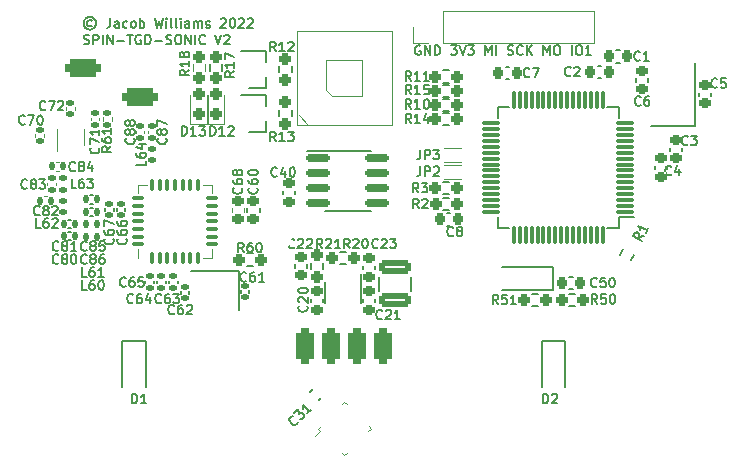
<source format=gto>
G04 #@! TF.GenerationSoftware,KiCad,Pcbnew,(6.0.0)*
G04 #@! TF.CreationDate,2022-01-15T05:03:17-05:00*
G04 #@! TF.ProjectId,spin-tgd-control,7370696e-2d74-4676-942d-636f6e74726f,rev?*
G04 #@! TF.SameCoordinates,Original*
G04 #@! TF.FileFunction,Legend,Top*
G04 #@! TF.FilePolarity,Positive*
%FSLAX46Y46*%
G04 Gerber Fmt 4.6, Leading zero omitted, Abs format (unit mm)*
G04 Created by KiCad (PCBNEW (6.0.0)) date 2022-01-15 05:03:17*
%MOMM*%
%LPD*%
G01*
G04 APERTURE LIST*
G04 Aperture macros list*
%AMRoundRect*
0 Rectangle with rounded corners*
0 $1 Rounding radius*
0 $2 $3 $4 $5 $6 $7 $8 $9 X,Y pos of 4 corners*
0 Add a 4 corners polygon primitive as box body*
4,1,4,$2,$3,$4,$5,$6,$7,$8,$9,$2,$3,0*
0 Add four circle primitives for the rounded corners*
1,1,$1+$1,$2,$3*
1,1,$1+$1,$4,$5*
1,1,$1+$1,$6,$7*
1,1,$1+$1,$8,$9*
0 Add four rect primitives between the rounded corners*
20,1,$1+$1,$2,$3,$4,$5,0*
20,1,$1+$1,$4,$5,$6,$7,0*
20,1,$1+$1,$6,$7,$8,$9,0*
20,1,$1+$1,$8,$9,$2,$3,0*%
%AMRotRect*
0 Rectangle, with rotation*
0 The origin of the aperture is its center*
0 $1 length*
0 $2 width*
0 $3 Rotation angle, in degrees counterclockwise*
0 Add horizontal line*
21,1,$1,$2,0,0,$3*%
%AMFreePoly0*
4,1,13,0.500000,-0.500000,0.000000,-0.500000,-0.095671,-0.480970,-0.176777,-0.426777,-0.230970,-0.345671,-0.250000,-0.250000,-0.250000,0.250000,-0.230970,0.345671,-0.176777,0.426777,-0.095671,0.480970,0.000000,0.500000,0.500000,0.500000,0.500000,-0.500000,0.500000,-0.500000,$1*%
%AMFreePoly1*
4,1,13,0.095671,0.480970,0.176777,0.426777,0.230970,0.345671,0.250000,0.250000,0.250000,-0.250000,0.230970,-0.345671,0.176777,-0.426777,0.095671,-0.480970,0.000000,-0.500000,-0.500000,-0.500000,-0.500000,0.500000,0.000000,0.500000,0.095671,0.480970,0.095671,0.480970,$1*%
G04 Aperture macros list end*
%ADD10C,0.120000*%
%ADD11C,0.200000*%
%ADD12C,0.150000*%
%ADD13C,0.100000*%
%ADD14RoundRect,0.225000X-0.225000X-0.250000X0.225000X-0.250000X0.225000X0.250000X-0.225000X0.250000X0*%
%ADD15RoundRect,0.225000X0.250000X-0.225000X0.250000X0.225000X-0.250000X0.225000X-0.250000X-0.225000X0*%
%ADD16RoundRect,0.225000X-0.250000X0.225000X-0.250000X-0.225000X0.250000X-0.225000X0.250000X0.225000X0*%
%ADD17RoundRect,0.140000X0.170000X-0.140000X0.170000X0.140000X-0.170000X0.140000X-0.170000X-0.140000X0*%
%ADD18RoundRect,0.140000X-0.170000X0.140000X-0.170000X-0.140000X0.170000X-0.140000X0.170000X0.140000X0*%
%ADD19RoundRect,0.250000X1.075000X-0.375000X1.075000X0.375000X-1.075000X0.375000X-1.075000X-0.375000X0*%
%ADD20R,0.900000X0.800000*%
%ADD21RoundRect,0.237500X0.250000X0.237500X-0.250000X0.237500X-0.250000X-0.237500X0.250000X-0.237500X0*%
%ADD22RoundRect,0.237500X-0.237500X0.250000X-0.237500X-0.250000X0.237500X-0.250000X0.237500X0.250000X0*%
%ADD23R,0.650000X1.220000*%
%ADD24RotRect,1.000000X0.300000X45.000000*%
%ADD25RotRect,0.300000X1.000000X45.000000*%
%ADD26RoundRect,0.075000X0.075000X-0.425000X0.075000X0.425000X-0.075000X0.425000X-0.075000X-0.425000X0*%
%ADD27RoundRect,0.075000X0.425000X-0.075000X0.425000X0.075000X-0.425000X0.075000X-0.425000X-0.075000X0*%
%ADD28R,4.800000X4.800000*%
%ADD29R,1.400000X1.200000*%
%ADD30C,1.778000*%
%ADD31RoundRect,0.237500X-0.098116X0.330574X-0.325112X-0.114929X0.098116X-0.330574X0.325112X0.114929X0*%
%ADD32C,2.200000*%
%ADD33R,1.300000X1.600000*%
%ADD34RoundRect,0.140000X0.140000X0.170000X-0.140000X0.170000X-0.140000X-0.170000X0.140000X-0.170000X0*%
%ADD35R,1.200000X0.900000*%
%ADD36RoundRect,0.375000X1.125000X-0.375000X1.125000X0.375000X-1.125000X0.375000X-1.125000X-0.375000X0*%
%ADD37C,1.500000*%
%ADD38O,0.900000X1.700000*%
%ADD39RoundRect,0.150000X-0.825000X-0.150000X0.825000X-0.150000X0.825000X0.150000X-0.825000X0.150000X0*%
%ADD40RoundRect,0.375000X-0.375000X-1.125000X0.375000X-1.125000X0.375000X1.125000X-0.375000X1.125000X0*%
%ADD41RoundRect,0.147500X0.172500X-0.147500X0.172500X0.147500X-0.172500X0.147500X-0.172500X-0.147500X0*%
%ADD42R,1.700000X1.700000*%
%ADD43O,1.700000X1.700000*%
%ADD44RoundRect,0.135000X0.185000X-0.135000X0.185000X0.135000X-0.185000X0.135000X-0.185000X-0.135000X0*%
%ADD45RoundRect,0.225000X0.225000X0.250000X-0.225000X0.250000X-0.225000X-0.250000X0.225000X-0.250000X0*%
%ADD46R,1.300000X1.700000*%
%ADD47RoundRect,0.147500X-0.147500X-0.172500X0.147500X-0.172500X0.147500X0.172500X-0.147500X0.172500X0*%
%ADD48RoundRect,0.237500X-0.250000X-0.237500X0.250000X-0.237500X0.250000X0.237500X-0.250000X0.237500X0*%
%ADD49FreePoly0,0.000000*%
%ADD50FreePoly1,0.000000*%
%ADD51RoundRect,0.237500X0.237500X-0.287500X0.237500X0.287500X-0.237500X0.287500X-0.237500X-0.287500X0*%
%ADD52RoundRect,0.147500X0.147500X0.172500X-0.147500X0.172500X-0.147500X-0.172500X0.147500X-0.172500X0*%
%ADD53RoundRect,0.075000X0.700000X0.075000X-0.700000X0.075000X-0.700000X-0.075000X0.700000X-0.075000X0*%
%ADD54RoundRect,0.075000X0.075000X0.700000X-0.075000X0.700000X-0.075000X-0.700000X0.075000X-0.700000X0*%
%ADD55R,0.400000X0.650000*%
%ADD56RoundRect,0.225000X0.017678X-0.335876X0.335876X-0.017678X-0.017678X0.335876X-0.335876X0.017678X0*%
G04 APERTURE END LIST*
D10*
X-3084000Y-9472000D02*
X-3884000Y-8672000D01*
D11*
X-21395238Y-652380D02*
X-21471428Y-614285D01*
X-21623809Y-614285D01*
X-21700000Y-652380D01*
X-21776190Y-728571D01*
X-21814285Y-804761D01*
X-21814285Y-957142D01*
X-21776190Y-1033333D01*
X-21700000Y-1109523D01*
X-21623809Y-1147619D01*
X-21471428Y-1147619D01*
X-21395238Y-1109523D01*
X-21547619Y-347619D02*
X-21738095Y-385714D01*
X-21928571Y-500000D01*
X-22042857Y-690476D01*
X-22080952Y-880952D01*
X-22042857Y-1071428D01*
X-21928571Y-1261904D01*
X-21738095Y-1376190D01*
X-21547619Y-1414285D01*
X-21357142Y-1376190D01*
X-21166666Y-1261904D01*
X-21052380Y-1071428D01*
X-21014285Y-880952D01*
X-21052380Y-690476D01*
X-21166666Y-500000D01*
X-21357142Y-385714D01*
X-21547619Y-347619D01*
X-19833333Y-461904D02*
X-19833333Y-1033333D01*
X-19871428Y-1147619D01*
X-19947619Y-1223809D01*
X-20061904Y-1261904D01*
X-20138095Y-1261904D01*
X-19109523Y-1261904D02*
X-19109523Y-842857D01*
X-19147619Y-766666D01*
X-19223809Y-728571D01*
X-19376190Y-728571D01*
X-19452380Y-766666D01*
X-19109523Y-1223809D02*
X-19185714Y-1261904D01*
X-19376190Y-1261904D01*
X-19452380Y-1223809D01*
X-19490476Y-1147619D01*
X-19490476Y-1071428D01*
X-19452380Y-995238D01*
X-19376190Y-957142D01*
X-19185714Y-957142D01*
X-19109523Y-919047D01*
X-18385714Y-1223809D02*
X-18461904Y-1261904D01*
X-18614285Y-1261904D01*
X-18690476Y-1223809D01*
X-18728571Y-1185714D01*
X-18766666Y-1109523D01*
X-18766666Y-880952D01*
X-18728571Y-804761D01*
X-18690476Y-766666D01*
X-18614285Y-728571D01*
X-18461904Y-728571D01*
X-18385714Y-766666D01*
X-17928571Y-1261904D02*
X-18004761Y-1223809D01*
X-18042857Y-1185714D01*
X-18080952Y-1109523D01*
X-18080952Y-880952D01*
X-18042857Y-804761D01*
X-18004761Y-766666D01*
X-17928571Y-728571D01*
X-17814285Y-728571D01*
X-17738095Y-766666D01*
X-17700000Y-804761D01*
X-17661904Y-880952D01*
X-17661904Y-1109523D01*
X-17700000Y-1185714D01*
X-17738095Y-1223809D01*
X-17814285Y-1261904D01*
X-17928571Y-1261904D01*
X-17319047Y-1261904D02*
X-17319047Y-461904D01*
X-17319047Y-766666D02*
X-17242857Y-728571D01*
X-17090476Y-728571D01*
X-17014285Y-766666D01*
X-16976190Y-804761D01*
X-16938095Y-880952D01*
X-16938095Y-1109523D01*
X-16976190Y-1185714D01*
X-17014285Y-1223809D01*
X-17090476Y-1261904D01*
X-17242857Y-1261904D01*
X-17319047Y-1223809D01*
X-16061904Y-461904D02*
X-15871428Y-1261904D01*
X-15719047Y-690476D01*
X-15566666Y-1261904D01*
X-15376190Y-461904D01*
X-15071428Y-1261904D02*
X-15071428Y-728571D01*
X-15071428Y-461904D02*
X-15109523Y-500000D01*
X-15071428Y-538095D01*
X-15033333Y-500000D01*
X-15071428Y-461904D01*
X-15071428Y-538095D01*
X-14576190Y-1261904D02*
X-14652380Y-1223809D01*
X-14690476Y-1147619D01*
X-14690476Y-461904D01*
X-14157142Y-1261904D02*
X-14233333Y-1223809D01*
X-14271428Y-1147619D01*
X-14271428Y-461904D01*
X-13852380Y-1261904D02*
X-13852380Y-728571D01*
X-13852380Y-461904D02*
X-13890476Y-500000D01*
X-13852380Y-538095D01*
X-13814285Y-500000D01*
X-13852380Y-461904D01*
X-13852380Y-538095D01*
X-13128571Y-1261904D02*
X-13128571Y-842857D01*
X-13166666Y-766666D01*
X-13242857Y-728571D01*
X-13395238Y-728571D01*
X-13471428Y-766666D01*
X-13128571Y-1223809D02*
X-13204761Y-1261904D01*
X-13395238Y-1261904D01*
X-13471428Y-1223809D01*
X-13509523Y-1147619D01*
X-13509523Y-1071428D01*
X-13471428Y-995238D01*
X-13395238Y-957142D01*
X-13204761Y-957142D01*
X-13128571Y-919047D01*
X-12747619Y-1261904D02*
X-12747619Y-728571D01*
X-12747619Y-804761D02*
X-12709523Y-766666D01*
X-12633333Y-728571D01*
X-12519047Y-728571D01*
X-12442857Y-766666D01*
X-12404761Y-842857D01*
X-12404761Y-1261904D01*
X-12404761Y-842857D02*
X-12366666Y-766666D01*
X-12290476Y-728571D01*
X-12176190Y-728571D01*
X-12100000Y-766666D01*
X-12061904Y-842857D01*
X-12061904Y-1261904D01*
X-11719047Y-1223809D02*
X-11642857Y-1261904D01*
X-11490476Y-1261904D01*
X-11414285Y-1223809D01*
X-11376190Y-1147619D01*
X-11376190Y-1109523D01*
X-11414285Y-1033333D01*
X-11490476Y-995238D01*
X-11604761Y-995238D01*
X-11680952Y-957142D01*
X-11719047Y-880952D01*
X-11719047Y-842857D01*
X-11680952Y-766666D01*
X-11604761Y-728571D01*
X-11490476Y-728571D01*
X-11414285Y-766666D01*
X-10461904Y-538095D02*
X-10423809Y-500000D01*
X-10347619Y-461904D01*
X-10157142Y-461904D01*
X-10080952Y-500000D01*
X-10042857Y-538095D01*
X-10004761Y-614285D01*
X-10004761Y-690476D01*
X-10042857Y-804761D01*
X-10500000Y-1261904D01*
X-10004761Y-1261904D01*
X-9509523Y-461904D02*
X-9433333Y-461904D01*
X-9357142Y-500000D01*
X-9319047Y-538095D01*
X-9280952Y-614285D01*
X-9242857Y-766666D01*
X-9242857Y-957142D01*
X-9280952Y-1109523D01*
X-9319047Y-1185714D01*
X-9357142Y-1223809D01*
X-9433333Y-1261904D01*
X-9509523Y-1261904D01*
X-9585714Y-1223809D01*
X-9623809Y-1185714D01*
X-9661904Y-1109523D01*
X-9700000Y-957142D01*
X-9700000Y-766666D01*
X-9661904Y-614285D01*
X-9623809Y-538095D01*
X-9585714Y-500000D01*
X-9509523Y-461904D01*
X-8938095Y-538095D02*
X-8900000Y-500000D01*
X-8823809Y-461904D01*
X-8633333Y-461904D01*
X-8557142Y-500000D01*
X-8519047Y-538095D01*
X-8480952Y-614285D01*
X-8480952Y-690476D01*
X-8519047Y-804761D01*
X-8976190Y-1261904D01*
X-8480952Y-1261904D01*
X-8176190Y-538095D02*
X-8138095Y-500000D01*
X-8061904Y-461904D01*
X-7871428Y-461904D01*
X-7795238Y-500000D01*
X-7757142Y-538095D01*
X-7719047Y-614285D01*
X-7719047Y-690476D01*
X-7757142Y-804761D01*
X-8214285Y-1261904D01*
X-7719047Y-1261904D01*
X11927618Y-3561904D02*
X11927618Y-2761904D01*
X12194284Y-3333333D01*
X12460951Y-2761904D01*
X12460951Y-3561904D01*
X12841903Y-3561904D02*
X12841903Y-2761904D01*
X16853330Y-3561904D02*
X16853330Y-2761904D01*
X17119997Y-3333333D01*
X17386664Y-2761904D01*
X17386664Y-3561904D01*
X17919997Y-2761904D02*
X18072378Y-2761904D01*
X18148568Y-2800000D01*
X18224759Y-2876190D01*
X18262854Y-3028571D01*
X18262854Y-3295238D01*
X18224759Y-3447619D01*
X18148568Y-3523809D01*
X18072378Y-3561904D01*
X17919997Y-3561904D01*
X17843806Y-3523809D01*
X17767616Y-3447619D01*
X17729521Y-3295238D01*
X17729521Y-3028571D01*
X17767616Y-2876190D01*
X17843806Y-2800000D01*
X17919997Y-2761904D01*
X19240000Y-3561904D02*
X19240000Y-2761904D01*
X19773333Y-2761904D02*
X19925714Y-2761904D01*
X20001904Y-2800000D01*
X20078095Y-2876190D01*
X20116190Y-3028571D01*
X20116190Y-3295238D01*
X20078095Y-3447619D01*
X20001904Y-3523809D01*
X19925714Y-3561904D01*
X19773333Y-3561904D01*
X19697142Y-3523809D01*
X19620952Y-3447619D01*
X19582857Y-3295238D01*
X19582857Y-3028571D01*
X19620952Y-2876190D01*
X19697142Y-2800000D01*
X19773333Y-2761904D01*
X20878095Y-3561904D02*
X20420952Y-3561904D01*
X20649523Y-3561904D02*
X20649523Y-2761904D01*
X20573333Y-2876190D01*
X20497142Y-2952380D01*
X20420952Y-2990476D01*
X9007618Y-2761904D02*
X9502856Y-2761904D01*
X9236190Y-3066666D01*
X9350475Y-3066666D01*
X9426666Y-3104761D01*
X9464761Y-3142857D01*
X9502856Y-3219047D01*
X9502856Y-3409523D01*
X9464761Y-3485714D01*
X9426666Y-3523809D01*
X9350475Y-3561904D01*
X9121904Y-3561904D01*
X9045714Y-3523809D01*
X9007618Y-3485714D01*
X9731428Y-2761904D02*
X9998095Y-3561904D01*
X10264761Y-2761904D01*
X10455237Y-2761904D02*
X10950475Y-2761904D01*
X10683809Y-3066666D01*
X10798095Y-3066666D01*
X10874285Y-3104761D01*
X10912380Y-3142857D01*
X10950475Y-3219047D01*
X10950475Y-3409523D01*
X10912380Y-3485714D01*
X10874285Y-3523809D01*
X10798095Y-3561904D01*
X10569523Y-3561904D01*
X10493333Y-3523809D01*
X10455237Y-3485714D01*
X-22071428Y-2623809D02*
X-21957142Y-2661904D01*
X-21766666Y-2661904D01*
X-21690476Y-2623809D01*
X-21652380Y-2585714D01*
X-21614285Y-2509523D01*
X-21614285Y-2433333D01*
X-21652380Y-2357142D01*
X-21690476Y-2319047D01*
X-21766666Y-2280952D01*
X-21919047Y-2242857D01*
X-21995238Y-2204761D01*
X-22033333Y-2166666D01*
X-22071428Y-2090476D01*
X-22071428Y-2014285D01*
X-22033333Y-1938095D01*
X-21995238Y-1900000D01*
X-21919047Y-1861904D01*
X-21728571Y-1861904D01*
X-21614285Y-1900000D01*
X-21271428Y-2661904D02*
X-21271428Y-1861904D01*
X-20966666Y-1861904D01*
X-20890476Y-1900000D01*
X-20852380Y-1938095D01*
X-20814285Y-2014285D01*
X-20814285Y-2128571D01*
X-20852380Y-2204761D01*
X-20890476Y-2242857D01*
X-20966666Y-2280952D01*
X-21271428Y-2280952D01*
X-20471428Y-2661904D02*
X-20471428Y-1861904D01*
X-20090476Y-2661904D02*
X-20090476Y-1861904D01*
X-19633333Y-2661904D01*
X-19633333Y-1861904D01*
X-19252380Y-2357142D02*
X-18642857Y-2357142D01*
X-18376190Y-1861904D02*
X-17919047Y-1861904D01*
X-18147619Y-2661904D02*
X-18147619Y-1861904D01*
X-17233333Y-1900000D02*
X-17309523Y-1861904D01*
X-17423809Y-1861904D01*
X-17538095Y-1900000D01*
X-17614285Y-1976190D01*
X-17652380Y-2052380D01*
X-17690476Y-2204761D01*
X-17690476Y-2319047D01*
X-17652380Y-2471428D01*
X-17614285Y-2547619D01*
X-17538095Y-2623809D01*
X-17423809Y-2661904D01*
X-17347619Y-2661904D01*
X-17233333Y-2623809D01*
X-17195238Y-2585714D01*
X-17195238Y-2319047D01*
X-17347619Y-2319047D01*
X-16852380Y-2661904D02*
X-16852380Y-1861904D01*
X-16661904Y-1861904D01*
X-16547619Y-1900000D01*
X-16471428Y-1976190D01*
X-16433333Y-2052380D01*
X-16395238Y-2204761D01*
X-16395238Y-2319047D01*
X-16433333Y-2471428D01*
X-16471428Y-2547619D01*
X-16547619Y-2623809D01*
X-16661904Y-2661904D01*
X-16852380Y-2661904D01*
X-16052380Y-2357142D02*
X-15442857Y-2357142D01*
X-15100000Y-2623809D02*
X-14985714Y-2661904D01*
X-14795238Y-2661904D01*
X-14719047Y-2623809D01*
X-14680952Y-2585714D01*
X-14642857Y-2509523D01*
X-14642857Y-2433333D01*
X-14680952Y-2357142D01*
X-14719047Y-2319047D01*
X-14795238Y-2280952D01*
X-14947619Y-2242857D01*
X-15023809Y-2204761D01*
X-15061904Y-2166666D01*
X-15100000Y-2090476D01*
X-15100000Y-2014285D01*
X-15061904Y-1938095D01*
X-15023809Y-1900000D01*
X-14947619Y-1861904D01*
X-14757142Y-1861904D01*
X-14642857Y-1900000D01*
X-14147619Y-1861904D02*
X-13995238Y-1861904D01*
X-13919047Y-1900000D01*
X-13842857Y-1976190D01*
X-13804761Y-2128571D01*
X-13804761Y-2395238D01*
X-13842857Y-2547619D01*
X-13919047Y-2623809D01*
X-13995238Y-2661904D01*
X-14147619Y-2661904D01*
X-14223809Y-2623809D01*
X-14300000Y-2547619D01*
X-14338095Y-2395238D01*
X-14338095Y-2128571D01*
X-14300000Y-1976190D01*
X-14223809Y-1900000D01*
X-14147619Y-1861904D01*
X-13461904Y-2661904D02*
X-13461904Y-1861904D01*
X-13004761Y-2661904D01*
X-13004761Y-1861904D01*
X-12623809Y-2661904D02*
X-12623809Y-1861904D01*
X-11785714Y-2585714D02*
X-11823809Y-2623809D01*
X-11938095Y-2661904D01*
X-12014285Y-2661904D01*
X-12128571Y-2623809D01*
X-12204761Y-2547619D01*
X-12242857Y-2471428D01*
X-12280952Y-2319047D01*
X-12280952Y-2204761D01*
X-12242857Y-2052380D01*
X-12204761Y-1976190D01*
X-12128571Y-1900000D01*
X-12014285Y-1861904D01*
X-11938095Y-1861904D01*
X-11823809Y-1900000D01*
X-11785714Y-1938095D01*
X-10947619Y-1861904D02*
X-10680952Y-2661904D01*
X-10414285Y-1861904D01*
X-10185714Y-1938095D02*
X-10147619Y-1900000D01*
X-10071428Y-1861904D01*
X-9880952Y-1861904D01*
X-9804761Y-1900000D01*
X-9766666Y-1938095D01*
X-9728571Y-2014285D01*
X-9728571Y-2090476D01*
X-9766666Y-2204761D01*
X-10223809Y-2661904D01*
X-9728571Y-2661904D01*
X6430476Y-2800000D02*
X6354285Y-2761904D01*
X6240000Y-2761904D01*
X6125714Y-2800000D01*
X6049523Y-2876190D01*
X6011428Y-2952380D01*
X5973333Y-3104761D01*
X5973333Y-3219047D01*
X6011428Y-3371428D01*
X6049523Y-3447619D01*
X6125714Y-3523809D01*
X6240000Y-3561904D01*
X6316190Y-3561904D01*
X6430476Y-3523809D01*
X6468571Y-3485714D01*
X6468571Y-3219047D01*
X6316190Y-3219047D01*
X6811428Y-3561904D02*
X6811428Y-2761904D01*
X7268571Y-3561904D01*
X7268571Y-2761904D01*
X7649523Y-3561904D02*
X7649523Y-2761904D01*
X7839999Y-2761904D01*
X7954285Y-2800000D01*
X8030476Y-2876190D01*
X8068571Y-2952380D01*
X8106666Y-3104761D01*
X8106666Y-3219047D01*
X8068571Y-3371428D01*
X8030476Y-3447619D01*
X7954285Y-3523809D01*
X7839999Y-3561904D01*
X7649523Y-3561904D01*
X13819045Y-3523809D02*
X13933331Y-3561904D01*
X14123807Y-3561904D01*
X14199997Y-3523809D01*
X14238093Y-3485714D01*
X14276188Y-3409523D01*
X14276188Y-3333333D01*
X14238093Y-3257142D01*
X14199997Y-3219047D01*
X14123807Y-3180952D01*
X13971426Y-3142857D01*
X13895236Y-3104761D01*
X13857140Y-3066666D01*
X13819045Y-2990476D01*
X13819045Y-2914285D01*
X13857140Y-2838095D01*
X13895236Y-2800000D01*
X13971426Y-2761904D01*
X14161902Y-2761904D01*
X14276188Y-2800000D01*
X15076188Y-3485714D02*
X15038093Y-3523809D01*
X14923807Y-3561904D01*
X14847617Y-3561904D01*
X14733331Y-3523809D01*
X14657140Y-3447619D01*
X14619045Y-3371428D01*
X14580950Y-3219047D01*
X14580950Y-3104761D01*
X14619045Y-2952380D01*
X14657140Y-2876190D01*
X14733331Y-2800000D01*
X14847617Y-2761904D01*
X14923807Y-2761904D01*
X15038093Y-2800000D01*
X15076188Y-2838095D01*
X15419045Y-3561904D02*
X15419045Y-2761904D01*
X15876188Y-3561904D02*
X15533331Y-3104761D01*
X15876188Y-2761904D02*
X15419045Y-3219047D01*
X21348214Y-23166964D02*
X21310119Y-23205059D01*
X21195833Y-23243154D01*
X21119642Y-23243154D01*
X21005357Y-23205059D01*
X20929166Y-23128869D01*
X20891071Y-23052678D01*
X20852976Y-22900297D01*
X20852976Y-22786011D01*
X20891071Y-22633630D01*
X20929166Y-22557440D01*
X21005357Y-22481250D01*
X21119642Y-22443154D01*
X21195833Y-22443154D01*
X21310119Y-22481250D01*
X21348214Y-22519345D01*
X22072023Y-22443154D02*
X21691071Y-22443154D01*
X21652976Y-22824107D01*
X21691071Y-22786011D01*
X21767261Y-22747916D01*
X21957738Y-22747916D01*
X22033928Y-22786011D01*
X22072023Y-22824107D01*
X22110119Y-22900297D01*
X22110119Y-23090773D01*
X22072023Y-23166964D01*
X22033928Y-23205059D01*
X21957738Y-23243154D01*
X21767261Y-23243154D01*
X21691071Y-23205059D01*
X21652976Y-23166964D01*
X22605357Y-22443154D02*
X22681547Y-22443154D01*
X22757738Y-22481250D01*
X22795833Y-22519345D01*
X22833928Y-22595535D01*
X22872023Y-22747916D01*
X22872023Y-22938392D01*
X22833928Y-23090773D01*
X22795833Y-23166964D01*
X22757738Y-23205059D01*
X22681547Y-23243154D01*
X22605357Y-23243154D01*
X22529166Y-23205059D01*
X22491071Y-23166964D01*
X22452976Y-23090773D01*
X22414880Y-22938392D01*
X22414880Y-22747916D01*
X22452976Y-22595535D01*
X22491071Y-22519345D01*
X22529166Y-22481250D01*
X22605357Y-22443154D01*
X-3201785Y-24799285D02*
X-3163690Y-24837380D01*
X-3125595Y-24951666D01*
X-3125595Y-25027857D01*
X-3163690Y-25142142D01*
X-3239880Y-25218333D01*
X-3316071Y-25256428D01*
X-3468452Y-25294523D01*
X-3582738Y-25294523D01*
X-3735119Y-25256428D01*
X-3811309Y-25218333D01*
X-3887500Y-25142142D01*
X-3925595Y-25027857D01*
X-3925595Y-24951666D01*
X-3887500Y-24837380D01*
X-3849404Y-24799285D01*
X-3849404Y-24494523D02*
X-3887500Y-24456428D01*
X-3925595Y-24380238D01*
X-3925595Y-24189761D01*
X-3887500Y-24113571D01*
X-3849404Y-24075476D01*
X-3773214Y-24037380D01*
X-3697023Y-24037380D01*
X-3582738Y-24075476D01*
X-3125595Y-24532619D01*
X-3125595Y-24037380D01*
X-3925595Y-23542142D02*
X-3925595Y-23465952D01*
X-3887500Y-23389761D01*
X-3849404Y-23351666D01*
X-3773214Y-23313571D01*
X-3620833Y-23275476D01*
X-3430357Y-23275476D01*
X-3277976Y-23313571D01*
X-3201785Y-23351666D01*
X-3163690Y-23389761D01*
X-3125595Y-23465952D01*
X-3125595Y-23542142D01*
X-3163690Y-23618333D01*
X-3201785Y-23656428D01*
X-3277976Y-23694523D01*
X-3430357Y-23732619D01*
X-3620833Y-23732619D01*
X-3773214Y-23694523D01*
X-3849404Y-23656428D01*
X-3887500Y-23618333D01*
X-3925595Y-23542142D01*
X3185714Y-25885714D02*
X3147619Y-25923809D01*
X3033333Y-25961904D01*
X2957142Y-25961904D01*
X2842857Y-25923809D01*
X2766666Y-25847619D01*
X2728571Y-25771428D01*
X2690476Y-25619047D01*
X2690476Y-25504761D01*
X2728571Y-25352380D01*
X2766666Y-25276190D01*
X2842857Y-25200000D01*
X2957142Y-25161904D01*
X3033333Y-25161904D01*
X3147619Y-25200000D01*
X3185714Y-25238095D01*
X3490476Y-25238095D02*
X3528571Y-25200000D01*
X3604761Y-25161904D01*
X3795238Y-25161904D01*
X3871428Y-25200000D01*
X3909523Y-25238095D01*
X3947619Y-25314285D01*
X3947619Y-25390476D01*
X3909523Y-25504761D01*
X3452380Y-25961904D01*
X3947619Y-25961904D01*
X4709523Y-25961904D02*
X4252380Y-25961904D01*
X4480952Y-25961904D02*
X4480952Y-25161904D01*
X4404761Y-25276190D01*
X4328571Y-25352380D01*
X4252380Y-25390476D01*
X-4264285Y-19859464D02*
X-4302380Y-19897559D01*
X-4416666Y-19935654D01*
X-4492857Y-19935654D01*
X-4607142Y-19897559D01*
X-4683333Y-19821369D01*
X-4721428Y-19745178D01*
X-4759523Y-19592797D01*
X-4759523Y-19478511D01*
X-4721428Y-19326130D01*
X-4683333Y-19249940D01*
X-4607142Y-19173750D01*
X-4492857Y-19135654D01*
X-4416666Y-19135654D01*
X-4302380Y-19173750D01*
X-4264285Y-19211845D01*
X-3959523Y-19211845D02*
X-3921428Y-19173750D01*
X-3845238Y-19135654D01*
X-3654761Y-19135654D01*
X-3578571Y-19173750D01*
X-3540476Y-19211845D01*
X-3502380Y-19288035D01*
X-3502380Y-19364226D01*
X-3540476Y-19478511D01*
X-3997619Y-19935654D01*
X-3502380Y-19935654D01*
X-3197619Y-19211845D02*
X-3159523Y-19173750D01*
X-3083333Y-19135654D01*
X-2892857Y-19135654D01*
X-2816666Y-19173750D01*
X-2778571Y-19211845D01*
X-2740476Y-19288035D01*
X-2740476Y-19364226D01*
X-2778571Y-19478511D01*
X-3235714Y-19935654D01*
X-2740476Y-19935654D01*
X2835714Y-19859464D02*
X2797619Y-19897559D01*
X2683333Y-19935654D01*
X2607142Y-19935654D01*
X2492857Y-19897559D01*
X2416666Y-19821369D01*
X2378571Y-19745178D01*
X2340476Y-19592797D01*
X2340476Y-19478511D01*
X2378571Y-19326130D01*
X2416666Y-19249940D01*
X2492857Y-19173750D01*
X2607142Y-19135654D01*
X2683333Y-19135654D01*
X2797619Y-19173750D01*
X2835714Y-19211845D01*
X3140476Y-19211845D02*
X3178571Y-19173750D01*
X3254761Y-19135654D01*
X3445238Y-19135654D01*
X3521428Y-19173750D01*
X3559523Y-19211845D01*
X3597619Y-19288035D01*
X3597619Y-19364226D01*
X3559523Y-19478511D01*
X3102380Y-19935654D01*
X3597619Y-19935654D01*
X3864285Y-19135654D02*
X4359523Y-19135654D01*
X4092857Y-19440416D01*
X4207142Y-19440416D01*
X4283333Y-19478511D01*
X4321428Y-19516607D01*
X4359523Y-19592797D01*
X4359523Y-19783273D01*
X4321428Y-19859464D01*
X4283333Y-19897559D01*
X4207142Y-19935654D01*
X3978571Y-19935654D01*
X3902380Y-19897559D01*
X3864285Y-19859464D01*
X-8314285Y-22685714D02*
X-8352380Y-22723809D01*
X-8466666Y-22761904D01*
X-8542857Y-22761904D01*
X-8657142Y-22723809D01*
X-8733333Y-22647619D01*
X-8771428Y-22571428D01*
X-8809523Y-22419047D01*
X-8809523Y-22304761D01*
X-8771428Y-22152380D01*
X-8733333Y-22076190D01*
X-8657142Y-22000000D01*
X-8542857Y-21961904D01*
X-8466666Y-21961904D01*
X-8352380Y-22000000D01*
X-8314285Y-22038095D01*
X-7628571Y-21961904D02*
X-7780952Y-21961904D01*
X-7857142Y-22000000D01*
X-7895238Y-22038095D01*
X-7971428Y-22152380D01*
X-8009523Y-22304761D01*
X-8009523Y-22609523D01*
X-7971428Y-22685714D01*
X-7933333Y-22723809D01*
X-7857142Y-22761904D01*
X-7704761Y-22761904D01*
X-7628571Y-22723809D01*
X-7590476Y-22685714D01*
X-7552380Y-22609523D01*
X-7552380Y-22419047D01*
X-7590476Y-22342857D01*
X-7628571Y-22304761D01*
X-7704761Y-22266666D01*
X-7857142Y-22266666D01*
X-7933333Y-22304761D01*
X-7971428Y-22342857D01*
X-8009523Y-22419047D01*
X-6790476Y-22761904D02*
X-7247619Y-22761904D01*
X-7019047Y-22761904D02*
X-7019047Y-21961904D01*
X-7095238Y-22076190D01*
X-7171428Y-22152380D01*
X-7247619Y-22190476D01*
X-14420285Y-25433714D02*
X-14458380Y-25471809D01*
X-14572666Y-25509904D01*
X-14648857Y-25509904D01*
X-14763142Y-25471809D01*
X-14839333Y-25395619D01*
X-14877428Y-25319428D01*
X-14915523Y-25167047D01*
X-14915523Y-25052761D01*
X-14877428Y-24900380D01*
X-14839333Y-24824190D01*
X-14763142Y-24748000D01*
X-14648857Y-24709904D01*
X-14572666Y-24709904D01*
X-14458380Y-24748000D01*
X-14420285Y-24786095D01*
X-13734571Y-24709904D02*
X-13886952Y-24709904D01*
X-13963142Y-24748000D01*
X-14001238Y-24786095D01*
X-14077428Y-24900380D01*
X-14115523Y-25052761D01*
X-14115523Y-25357523D01*
X-14077428Y-25433714D01*
X-14039333Y-25471809D01*
X-13963142Y-25509904D01*
X-13810761Y-25509904D01*
X-13734571Y-25471809D01*
X-13696476Y-25433714D01*
X-13658380Y-25357523D01*
X-13658380Y-25167047D01*
X-13696476Y-25090857D01*
X-13734571Y-25052761D01*
X-13810761Y-25014666D01*
X-13963142Y-25014666D01*
X-14039333Y-25052761D01*
X-14077428Y-25090857D01*
X-14115523Y-25167047D01*
X-13353619Y-24786095D02*
X-13315523Y-24748000D01*
X-13239333Y-24709904D01*
X-13048857Y-24709904D01*
X-12972666Y-24748000D01*
X-12934571Y-24786095D01*
X-12896476Y-24862285D01*
X-12896476Y-24938476D01*
X-12934571Y-25052761D01*
X-13391714Y-25509904D01*
X-12896476Y-25509904D01*
X-15514285Y-24526714D02*
X-15552380Y-24564809D01*
X-15666666Y-24602904D01*
X-15742857Y-24602904D01*
X-15857142Y-24564809D01*
X-15933333Y-24488619D01*
X-15971428Y-24412428D01*
X-16009523Y-24260047D01*
X-16009523Y-24145761D01*
X-15971428Y-23993380D01*
X-15933333Y-23917190D01*
X-15857142Y-23841000D01*
X-15742857Y-23802904D01*
X-15666666Y-23802904D01*
X-15552380Y-23841000D01*
X-15514285Y-23879095D01*
X-14828571Y-23802904D02*
X-14980952Y-23802904D01*
X-15057142Y-23841000D01*
X-15095238Y-23879095D01*
X-15171428Y-23993380D01*
X-15209523Y-24145761D01*
X-15209523Y-24450523D01*
X-15171428Y-24526714D01*
X-15133333Y-24564809D01*
X-15057142Y-24602904D01*
X-14904761Y-24602904D01*
X-14828571Y-24564809D01*
X-14790476Y-24526714D01*
X-14752380Y-24450523D01*
X-14752380Y-24260047D01*
X-14790476Y-24183857D01*
X-14828571Y-24145761D01*
X-14904761Y-24107666D01*
X-15057142Y-24107666D01*
X-15133333Y-24145761D01*
X-15171428Y-24183857D01*
X-15209523Y-24260047D01*
X-14485714Y-23802904D02*
X-13990476Y-23802904D01*
X-14257142Y-24107666D01*
X-14142857Y-24107666D01*
X-14066666Y-24145761D01*
X-14028571Y-24183857D01*
X-13990476Y-24260047D01*
X-13990476Y-24450523D01*
X-14028571Y-24526714D01*
X-14066666Y-24564809D01*
X-14142857Y-24602904D01*
X-14371428Y-24602904D01*
X-14447619Y-24564809D01*
X-14485714Y-24526714D01*
X-17908785Y-24526714D02*
X-17946880Y-24564809D01*
X-18061166Y-24602904D01*
X-18137357Y-24602904D01*
X-18251642Y-24564809D01*
X-18327833Y-24488619D01*
X-18365928Y-24412428D01*
X-18404023Y-24260047D01*
X-18404023Y-24145761D01*
X-18365928Y-23993380D01*
X-18327833Y-23917190D01*
X-18251642Y-23841000D01*
X-18137357Y-23802904D01*
X-18061166Y-23802904D01*
X-17946880Y-23841000D01*
X-17908785Y-23879095D01*
X-17223071Y-23802904D02*
X-17375452Y-23802904D01*
X-17451642Y-23841000D01*
X-17489738Y-23879095D01*
X-17565928Y-23993380D01*
X-17604023Y-24145761D01*
X-17604023Y-24450523D01*
X-17565928Y-24526714D01*
X-17527833Y-24564809D01*
X-17451642Y-24602904D01*
X-17299261Y-24602904D01*
X-17223071Y-24564809D01*
X-17184976Y-24526714D01*
X-17146880Y-24450523D01*
X-17146880Y-24260047D01*
X-17184976Y-24183857D01*
X-17223071Y-24145761D01*
X-17299261Y-24107666D01*
X-17451642Y-24107666D01*
X-17527833Y-24145761D01*
X-17565928Y-24183857D01*
X-17604023Y-24260047D01*
X-16461166Y-24069571D02*
X-16461166Y-24602904D01*
X-16651642Y-23764809D02*
X-16842119Y-24336238D01*
X-16346880Y-24336238D01*
X-18529285Y-23126714D02*
X-18567380Y-23164809D01*
X-18681666Y-23202904D01*
X-18757857Y-23202904D01*
X-18872142Y-23164809D01*
X-18948333Y-23088619D01*
X-18986428Y-23012428D01*
X-19024523Y-22860047D01*
X-19024523Y-22745761D01*
X-18986428Y-22593380D01*
X-18948333Y-22517190D01*
X-18872142Y-22441000D01*
X-18757857Y-22402904D01*
X-18681666Y-22402904D01*
X-18567380Y-22441000D01*
X-18529285Y-22479095D01*
X-17843571Y-22402904D02*
X-17995952Y-22402904D01*
X-18072142Y-22441000D01*
X-18110238Y-22479095D01*
X-18186428Y-22593380D01*
X-18224523Y-22745761D01*
X-18224523Y-23050523D01*
X-18186428Y-23126714D01*
X-18148333Y-23164809D01*
X-18072142Y-23202904D01*
X-17919761Y-23202904D01*
X-17843571Y-23164809D01*
X-17805476Y-23126714D01*
X-17767380Y-23050523D01*
X-17767380Y-22860047D01*
X-17805476Y-22783857D01*
X-17843571Y-22745761D01*
X-17919761Y-22707666D01*
X-18072142Y-22707666D01*
X-18148333Y-22745761D01*
X-18186428Y-22783857D01*
X-18224523Y-22860047D01*
X-17043571Y-22402904D02*
X-17424523Y-22402904D01*
X-17462619Y-22783857D01*
X-17424523Y-22745761D01*
X-17348333Y-22707666D01*
X-17157857Y-22707666D01*
X-17081666Y-22745761D01*
X-17043571Y-22783857D01*
X-17005476Y-22860047D01*
X-17005476Y-23050523D01*
X-17043571Y-23126714D01*
X-17081666Y-23164809D01*
X-17157857Y-23202904D01*
X-17348333Y-23202904D01*
X-17424523Y-23164809D01*
X-17462619Y-23126714D01*
X-18514285Y-19114285D02*
X-18476190Y-19152380D01*
X-18438095Y-19266666D01*
X-18438095Y-19342857D01*
X-18476190Y-19457142D01*
X-18552380Y-19533333D01*
X-18628571Y-19571428D01*
X-18780952Y-19609523D01*
X-18895238Y-19609523D01*
X-19047619Y-19571428D01*
X-19123809Y-19533333D01*
X-19200000Y-19457142D01*
X-19238095Y-19342857D01*
X-19238095Y-19266666D01*
X-19200000Y-19152380D01*
X-19161904Y-19114285D01*
X-19238095Y-18428571D02*
X-19238095Y-18580952D01*
X-19200000Y-18657142D01*
X-19161904Y-18695238D01*
X-19047619Y-18771428D01*
X-18895238Y-18809523D01*
X-18590476Y-18809523D01*
X-18514285Y-18771428D01*
X-18476190Y-18733333D01*
X-18438095Y-18657142D01*
X-18438095Y-18504761D01*
X-18476190Y-18428571D01*
X-18514285Y-18390476D01*
X-18590476Y-18352380D01*
X-18780952Y-18352380D01*
X-18857142Y-18390476D01*
X-18895238Y-18428571D01*
X-18933333Y-18504761D01*
X-18933333Y-18657142D01*
X-18895238Y-18733333D01*
X-18857142Y-18771428D01*
X-18780952Y-18809523D01*
X-19238095Y-17666666D02*
X-19238095Y-17819047D01*
X-19200000Y-17895238D01*
X-19161904Y-17933333D01*
X-19047619Y-18009523D01*
X-18895238Y-18047619D01*
X-18590476Y-18047619D01*
X-18514285Y-18009523D01*
X-18476190Y-17971428D01*
X-18438095Y-17895238D01*
X-18438095Y-17742857D01*
X-18476190Y-17666666D01*
X-18514285Y-17628571D01*
X-18590476Y-17590476D01*
X-18780952Y-17590476D01*
X-18857142Y-17628571D01*
X-18895238Y-17666666D01*
X-18933333Y-17742857D01*
X-18933333Y-17895238D01*
X-18895238Y-17971428D01*
X-18857142Y-18009523D01*
X-18780952Y-18047619D01*
X-19614285Y-19114285D02*
X-19576190Y-19152380D01*
X-19538095Y-19266666D01*
X-19538095Y-19342857D01*
X-19576190Y-19457142D01*
X-19652380Y-19533333D01*
X-19728571Y-19571428D01*
X-19880952Y-19609523D01*
X-19995238Y-19609523D01*
X-20147619Y-19571428D01*
X-20223809Y-19533333D01*
X-20300000Y-19457142D01*
X-20338095Y-19342857D01*
X-20338095Y-19266666D01*
X-20300000Y-19152380D01*
X-20261904Y-19114285D01*
X-20338095Y-18428571D02*
X-20338095Y-18580952D01*
X-20300000Y-18657142D01*
X-20261904Y-18695238D01*
X-20147619Y-18771428D01*
X-19995238Y-18809523D01*
X-19690476Y-18809523D01*
X-19614285Y-18771428D01*
X-19576190Y-18733333D01*
X-19538095Y-18657142D01*
X-19538095Y-18504761D01*
X-19576190Y-18428571D01*
X-19614285Y-18390476D01*
X-19690476Y-18352380D01*
X-19880952Y-18352380D01*
X-19957142Y-18390476D01*
X-19995238Y-18428571D01*
X-20033333Y-18504761D01*
X-20033333Y-18657142D01*
X-19995238Y-18733333D01*
X-19957142Y-18771428D01*
X-19880952Y-18809523D01*
X-20338095Y-18085714D02*
X-20338095Y-17552380D01*
X-19538095Y-17895238D01*
X21410714Y-24643154D02*
X21144047Y-24262202D01*
X20953571Y-24643154D02*
X20953571Y-23843154D01*
X21258333Y-23843154D01*
X21334523Y-23881250D01*
X21372619Y-23919345D01*
X21410714Y-23995535D01*
X21410714Y-24109821D01*
X21372619Y-24186011D01*
X21334523Y-24224107D01*
X21258333Y-24262202D01*
X20953571Y-24262202D01*
X22134523Y-23843154D02*
X21753571Y-23843154D01*
X21715476Y-24224107D01*
X21753571Y-24186011D01*
X21829761Y-24147916D01*
X22020238Y-24147916D01*
X22096428Y-24186011D01*
X22134523Y-24224107D01*
X22172619Y-24300297D01*
X22172619Y-24490773D01*
X22134523Y-24566964D01*
X22096428Y-24605059D01*
X22020238Y-24643154D01*
X21829761Y-24643154D01*
X21753571Y-24605059D01*
X21715476Y-24566964D01*
X22667857Y-23843154D02*
X22744047Y-23843154D01*
X22820238Y-23881250D01*
X22858333Y-23919345D01*
X22896428Y-23995535D01*
X22934523Y-24147916D01*
X22934523Y-24338392D01*
X22896428Y-24490773D01*
X22858333Y-24566964D01*
X22820238Y-24605059D01*
X22744047Y-24643154D01*
X22667857Y-24643154D01*
X22591666Y-24605059D01*
X22553571Y-24566964D01*
X22515476Y-24490773D01*
X22477380Y-24338392D01*
X22477380Y-24147916D01*
X22515476Y-23995535D01*
X22553571Y-23919345D01*
X22591666Y-23881250D01*
X22667857Y-23843154D01*
X13010714Y-24680654D02*
X12744047Y-24299702D01*
X12553571Y-24680654D02*
X12553571Y-23880654D01*
X12858333Y-23880654D01*
X12934523Y-23918750D01*
X12972619Y-23956845D01*
X13010714Y-24033035D01*
X13010714Y-24147321D01*
X12972619Y-24223511D01*
X12934523Y-24261607D01*
X12858333Y-24299702D01*
X12553571Y-24299702D01*
X13734523Y-23880654D02*
X13353571Y-23880654D01*
X13315476Y-24261607D01*
X13353571Y-24223511D01*
X13429761Y-24185416D01*
X13620238Y-24185416D01*
X13696428Y-24223511D01*
X13734523Y-24261607D01*
X13772619Y-24337797D01*
X13772619Y-24528273D01*
X13734523Y-24604464D01*
X13696428Y-24642559D01*
X13620238Y-24680654D01*
X13429761Y-24680654D01*
X13353571Y-24642559D01*
X13315476Y-24604464D01*
X14534523Y-24680654D02*
X14077380Y-24680654D01*
X14305952Y-24680654D02*
X14305952Y-23880654D01*
X14229761Y-23994940D01*
X14153571Y-24071130D01*
X14077380Y-24109226D01*
X5632270Y-8108460D02*
X5365603Y-7727508D01*
X5175127Y-8108460D02*
X5175127Y-7308460D01*
X5479889Y-7308460D01*
X5556079Y-7346556D01*
X5594175Y-7384651D01*
X5632270Y-7460841D01*
X5632270Y-7575127D01*
X5594175Y-7651317D01*
X5556079Y-7689413D01*
X5479889Y-7727508D01*
X5175127Y-7727508D01*
X6394175Y-8108460D02*
X5937032Y-8108460D01*
X6165603Y-8108460D02*
X6165603Y-7308460D01*
X6089413Y-7422746D01*
X6013222Y-7498936D01*
X5937032Y-7537032D01*
X6889413Y-7308460D02*
X6965603Y-7308460D01*
X7041794Y-7346556D01*
X7079889Y-7384651D01*
X7117984Y-7460841D01*
X7156079Y-7613222D01*
X7156079Y-7803698D01*
X7117984Y-7956079D01*
X7079889Y-8032270D01*
X7041794Y-8070365D01*
X6965603Y-8108460D01*
X6889413Y-8108460D01*
X6813222Y-8070365D01*
X6775127Y-8032270D01*
X6737032Y-7956079D01*
X6698936Y-7803698D01*
X6698936Y-7613222D01*
X6737032Y-7460841D01*
X6775127Y-7384651D01*
X6813222Y-7346556D01*
X6889413Y-7308460D01*
X5632270Y-5758460D02*
X5365603Y-5377508D01*
X5175127Y-5758460D02*
X5175127Y-4958460D01*
X5479889Y-4958460D01*
X5556079Y-4996556D01*
X5594175Y-5034651D01*
X5632270Y-5110841D01*
X5632270Y-5225127D01*
X5594175Y-5301317D01*
X5556079Y-5339413D01*
X5479889Y-5377508D01*
X5175127Y-5377508D01*
X6394175Y-5758460D02*
X5937032Y-5758460D01*
X6165603Y-5758460D02*
X6165603Y-4958460D01*
X6089413Y-5072746D01*
X6013222Y-5148936D01*
X5937032Y-5187032D01*
X7156079Y-5758460D02*
X6698936Y-5758460D01*
X6927508Y-5758460D02*
X6927508Y-4958460D01*
X6851317Y-5072746D01*
X6775127Y-5148936D01*
X6698936Y-5187032D01*
X-5814285Y-3261904D02*
X-6080952Y-2880952D01*
X-6271428Y-3261904D02*
X-6271428Y-2461904D01*
X-5966666Y-2461904D01*
X-5890476Y-2500000D01*
X-5852380Y-2538095D01*
X-5814285Y-2614285D01*
X-5814285Y-2728571D01*
X-5852380Y-2804761D01*
X-5890476Y-2842857D01*
X-5966666Y-2880952D01*
X-6271428Y-2880952D01*
X-5052380Y-3261904D02*
X-5509523Y-3261904D01*
X-5280952Y-3261904D02*
X-5280952Y-2461904D01*
X-5357142Y-2576190D01*
X-5433333Y-2652380D01*
X-5509523Y-2690476D01*
X-4747619Y-2538095D02*
X-4709523Y-2500000D01*
X-4633333Y-2461904D01*
X-4442857Y-2461904D01*
X-4366666Y-2500000D01*
X-4328571Y-2538095D01*
X-4290476Y-2614285D01*
X-4290476Y-2690476D01*
X-4328571Y-2804761D01*
X-4785714Y-3261904D01*
X-4290476Y-3261904D01*
X-5814285Y-10861904D02*
X-6080952Y-10480952D01*
X-6271428Y-10861904D02*
X-6271428Y-10061904D01*
X-5966666Y-10061904D01*
X-5890476Y-10100000D01*
X-5852380Y-10138095D01*
X-5814285Y-10214285D01*
X-5814285Y-10328571D01*
X-5852380Y-10404761D01*
X-5890476Y-10442857D01*
X-5966666Y-10480952D01*
X-6271428Y-10480952D01*
X-5052380Y-10861904D02*
X-5509523Y-10861904D01*
X-5280952Y-10861904D02*
X-5280952Y-10061904D01*
X-5357142Y-10176190D01*
X-5433333Y-10252380D01*
X-5509523Y-10290476D01*
X-4785714Y-10061904D02*
X-4290476Y-10061904D01*
X-4557142Y-10366666D01*
X-4442857Y-10366666D01*
X-4366666Y-10404761D01*
X-4328571Y-10442857D01*
X-4290476Y-10519047D01*
X-4290476Y-10709523D01*
X-4328571Y-10785714D01*
X-4366666Y-10823809D01*
X-4442857Y-10861904D01*
X-4671428Y-10861904D01*
X-4747619Y-10823809D01*
X-4785714Y-10785714D01*
X435714Y-19935654D02*
X169047Y-19554702D01*
X-21428Y-19935654D02*
X-21428Y-19135654D01*
X283333Y-19135654D01*
X359523Y-19173750D01*
X397619Y-19211845D01*
X435714Y-19288035D01*
X435714Y-19402321D01*
X397619Y-19478511D01*
X359523Y-19516607D01*
X283333Y-19554702D01*
X-21428Y-19554702D01*
X740476Y-19211845D02*
X778571Y-19173750D01*
X854761Y-19135654D01*
X1045238Y-19135654D01*
X1121428Y-19173750D01*
X1159523Y-19211845D01*
X1197619Y-19288035D01*
X1197619Y-19364226D01*
X1159523Y-19478511D01*
X702380Y-19935654D01*
X1197619Y-19935654D01*
X1692857Y-19135654D02*
X1769047Y-19135654D01*
X1845238Y-19173750D01*
X1883333Y-19211845D01*
X1921428Y-19288035D01*
X1959523Y-19440416D01*
X1959523Y-19630892D01*
X1921428Y-19783273D01*
X1883333Y-19859464D01*
X1845238Y-19897559D01*
X1769047Y-19935654D01*
X1692857Y-19935654D01*
X1616666Y-19897559D01*
X1578571Y-19859464D01*
X1540476Y-19783273D01*
X1502380Y-19630892D01*
X1502380Y-19440416D01*
X1540476Y-19288035D01*
X1578571Y-19211845D01*
X1616666Y-19173750D01*
X1692857Y-19135654D01*
X-1864285Y-19935654D02*
X-2130952Y-19554702D01*
X-2321428Y-19935654D02*
X-2321428Y-19135654D01*
X-2016666Y-19135654D01*
X-1940476Y-19173750D01*
X-1902380Y-19211845D01*
X-1864285Y-19288035D01*
X-1864285Y-19402321D01*
X-1902380Y-19478511D01*
X-1940476Y-19516607D01*
X-2016666Y-19554702D01*
X-2321428Y-19554702D01*
X-1559523Y-19211845D02*
X-1521428Y-19173750D01*
X-1445238Y-19135654D01*
X-1254761Y-19135654D01*
X-1178571Y-19173750D01*
X-1140476Y-19211845D01*
X-1102380Y-19288035D01*
X-1102380Y-19364226D01*
X-1140476Y-19478511D01*
X-1597619Y-19935654D01*
X-1102380Y-19935654D01*
X-340476Y-19935654D02*
X-797619Y-19935654D01*
X-569047Y-19935654D02*
X-569047Y-19135654D01*
X-645238Y-19249940D01*
X-721428Y-19326130D01*
X-797619Y-19364226D01*
X-8514285Y-20261904D02*
X-8780952Y-19880952D01*
X-8971428Y-20261904D02*
X-8971428Y-19461904D01*
X-8666666Y-19461904D01*
X-8590476Y-19500000D01*
X-8552380Y-19538095D01*
X-8514285Y-19614285D01*
X-8514285Y-19728571D01*
X-8552380Y-19804761D01*
X-8590476Y-19842857D01*
X-8666666Y-19880952D01*
X-8971428Y-19880952D01*
X-7828571Y-19461904D02*
X-7980952Y-19461904D01*
X-8057142Y-19500000D01*
X-8095238Y-19538095D01*
X-8171428Y-19652380D01*
X-8209523Y-19804761D01*
X-8209523Y-20109523D01*
X-8171428Y-20185714D01*
X-8133333Y-20223809D01*
X-8057142Y-20261904D01*
X-7904761Y-20261904D01*
X-7828571Y-20223809D01*
X-7790476Y-20185714D01*
X-7752380Y-20109523D01*
X-7752380Y-19919047D01*
X-7790476Y-19842857D01*
X-7828571Y-19804761D01*
X-7904761Y-19766666D01*
X-8057142Y-19766666D01*
X-8133333Y-19804761D01*
X-8171428Y-19842857D01*
X-8209523Y-19919047D01*
X-7257142Y-19461904D02*
X-7180952Y-19461904D01*
X-7104761Y-19500000D01*
X-7066666Y-19538095D01*
X-7028571Y-19614285D01*
X-6990476Y-19766666D01*
X-6990476Y-19957142D01*
X-7028571Y-20109523D01*
X-7066666Y-20185714D01*
X-7104761Y-20223809D01*
X-7180952Y-20261904D01*
X-7257142Y-20261904D01*
X-7333333Y-20223809D01*
X-7371428Y-20185714D01*
X-7409523Y-20109523D01*
X-7447619Y-19957142D01*
X-7447619Y-19766666D01*
X-7409523Y-19614285D01*
X-7371428Y-19538095D01*
X-7333333Y-19500000D01*
X-7257142Y-19461904D01*
X-17814285Y-10614285D02*
X-17776190Y-10652380D01*
X-17738095Y-10766666D01*
X-17738095Y-10842857D01*
X-17776190Y-10957142D01*
X-17852380Y-11033333D01*
X-17928571Y-11071428D01*
X-18080952Y-11109523D01*
X-18195238Y-11109523D01*
X-18347619Y-11071428D01*
X-18423809Y-11033333D01*
X-18500000Y-10957142D01*
X-18538095Y-10842857D01*
X-18538095Y-10766666D01*
X-18500000Y-10652380D01*
X-18461904Y-10614285D01*
X-18195238Y-10157142D02*
X-18233333Y-10233333D01*
X-18271428Y-10271428D01*
X-18347619Y-10309523D01*
X-18385714Y-10309523D01*
X-18461904Y-10271428D01*
X-18500000Y-10233333D01*
X-18538095Y-10157142D01*
X-18538095Y-10004761D01*
X-18500000Y-9928571D01*
X-18461904Y-9890476D01*
X-18385714Y-9852380D01*
X-18347619Y-9852380D01*
X-18271428Y-9890476D01*
X-18233333Y-9928571D01*
X-18195238Y-10004761D01*
X-18195238Y-10157142D01*
X-18157142Y-10233333D01*
X-18119047Y-10271428D01*
X-18042857Y-10309523D01*
X-17890476Y-10309523D01*
X-17814285Y-10271428D01*
X-17776190Y-10233333D01*
X-17738095Y-10157142D01*
X-17738095Y-10004761D01*
X-17776190Y-9928571D01*
X-17814285Y-9890476D01*
X-17890476Y-9852380D01*
X-18042857Y-9852380D01*
X-18119047Y-9890476D01*
X-18157142Y-9928571D01*
X-18195238Y-10004761D01*
X-18195238Y-9395238D02*
X-18233333Y-9471428D01*
X-18271428Y-9509523D01*
X-18347619Y-9547619D01*
X-18385714Y-9547619D01*
X-18461904Y-9509523D01*
X-18500000Y-9471428D01*
X-18538095Y-9395238D01*
X-18538095Y-9242857D01*
X-18500000Y-9166666D01*
X-18461904Y-9128571D01*
X-18385714Y-9090476D01*
X-18347619Y-9090476D01*
X-18271428Y-9128571D01*
X-18233333Y-9166666D01*
X-18195238Y-9242857D01*
X-18195238Y-9395238D01*
X-18157142Y-9471428D01*
X-18119047Y-9509523D01*
X-18042857Y-9547619D01*
X-17890476Y-9547619D01*
X-17814285Y-9509523D01*
X-17776190Y-9471428D01*
X-17738095Y-9395238D01*
X-17738095Y-9242857D01*
X-17776190Y-9166666D01*
X-17814285Y-9128571D01*
X-17890476Y-9090476D01*
X-18042857Y-9090476D01*
X-18119047Y-9128571D01*
X-18157142Y-9166666D01*
X-18195238Y-9242857D01*
X25361927Y-18883102D02*
X24901432Y-18947755D01*
X25154388Y-19290419D02*
X24441583Y-18927227D01*
X24579942Y-18655682D01*
X24648475Y-18605090D01*
X24699713Y-18588442D01*
X24784894Y-18589089D01*
X24886723Y-18640973D01*
X24937315Y-18709506D01*
X24953963Y-18760744D01*
X24953316Y-18845925D01*
X24814957Y-19117470D01*
X25707824Y-18204240D02*
X25500286Y-18611557D01*
X25604055Y-18407898D02*
X24891250Y-18044706D01*
X24958490Y-18164477D01*
X24991786Y-18266953D01*
X24991139Y-18352134D01*
X-8714285Y-14814285D02*
X-8676190Y-14852380D01*
X-8638095Y-14966666D01*
X-8638095Y-15042857D01*
X-8676190Y-15157142D01*
X-8752380Y-15233333D01*
X-8828571Y-15271428D01*
X-8980952Y-15309523D01*
X-9095238Y-15309523D01*
X-9247619Y-15271428D01*
X-9323809Y-15233333D01*
X-9400000Y-15157142D01*
X-9438095Y-15042857D01*
X-9438095Y-14966666D01*
X-9400000Y-14852380D01*
X-9361904Y-14814285D01*
X-9438095Y-14128571D02*
X-9438095Y-14280952D01*
X-9400000Y-14357142D01*
X-9361904Y-14395238D01*
X-9247619Y-14471428D01*
X-9095238Y-14509523D01*
X-8790476Y-14509523D01*
X-8714285Y-14471428D01*
X-8676190Y-14433333D01*
X-8638095Y-14357142D01*
X-8638095Y-14204761D01*
X-8676190Y-14128571D01*
X-8714285Y-14090476D01*
X-8790476Y-14052380D01*
X-8980952Y-14052380D01*
X-9057142Y-14090476D01*
X-9095238Y-14128571D01*
X-9133333Y-14204761D01*
X-9133333Y-14357142D01*
X-9095238Y-14433333D01*
X-9057142Y-14471428D01*
X-8980952Y-14509523D01*
X-9095238Y-13595238D02*
X-9133333Y-13671428D01*
X-9171428Y-13709523D01*
X-9247619Y-13747619D01*
X-9285714Y-13747619D01*
X-9361904Y-13709523D01*
X-9400000Y-13671428D01*
X-9438095Y-13595238D01*
X-9438095Y-13442857D01*
X-9400000Y-13366666D01*
X-9361904Y-13328571D01*
X-9285714Y-13290476D01*
X-9247619Y-13290476D01*
X-9171428Y-13328571D01*
X-9133333Y-13366666D01*
X-9095238Y-13442857D01*
X-9095238Y-13595238D01*
X-9057142Y-13671428D01*
X-9019047Y-13709523D01*
X-8942857Y-13747619D01*
X-8790476Y-13747619D01*
X-8714285Y-13709523D01*
X-8676190Y-13671428D01*
X-8638095Y-13595238D01*
X-8638095Y-13442857D01*
X-8676190Y-13366666D01*
X-8714285Y-13328571D01*
X-8790476Y-13290476D01*
X-8942857Y-13290476D01*
X-9019047Y-13328571D01*
X-9057142Y-13366666D01*
X-9095238Y-13442857D01*
X-24214285Y-21185714D02*
X-24252380Y-21223809D01*
X-24366666Y-21261904D01*
X-24442857Y-21261904D01*
X-24557142Y-21223809D01*
X-24633333Y-21147619D01*
X-24671428Y-21071428D01*
X-24709523Y-20919047D01*
X-24709523Y-20804761D01*
X-24671428Y-20652380D01*
X-24633333Y-20576190D01*
X-24557142Y-20500000D01*
X-24442857Y-20461904D01*
X-24366666Y-20461904D01*
X-24252380Y-20500000D01*
X-24214285Y-20538095D01*
X-23757142Y-20804761D02*
X-23833333Y-20766666D01*
X-23871428Y-20728571D01*
X-23909523Y-20652380D01*
X-23909523Y-20614285D01*
X-23871428Y-20538095D01*
X-23833333Y-20500000D01*
X-23757142Y-20461904D01*
X-23604761Y-20461904D01*
X-23528571Y-20500000D01*
X-23490476Y-20538095D01*
X-23452380Y-20614285D01*
X-23452380Y-20652380D01*
X-23490476Y-20728571D01*
X-23528571Y-20766666D01*
X-23604761Y-20804761D01*
X-23757142Y-20804761D01*
X-23833333Y-20842857D01*
X-23871428Y-20880952D01*
X-23909523Y-20957142D01*
X-23909523Y-21109523D01*
X-23871428Y-21185714D01*
X-23833333Y-21223809D01*
X-23757142Y-21261904D01*
X-23604761Y-21261904D01*
X-23528571Y-21223809D01*
X-23490476Y-21185714D01*
X-23452380Y-21109523D01*
X-23452380Y-20957142D01*
X-23490476Y-20880952D01*
X-23528571Y-20842857D01*
X-23604761Y-20804761D01*
X-22957142Y-20461904D02*
X-22880952Y-20461904D01*
X-22804761Y-20500000D01*
X-22766666Y-20538095D01*
X-22728571Y-20614285D01*
X-22690476Y-20766666D01*
X-22690476Y-20957142D01*
X-22728571Y-21109523D01*
X-22766666Y-21185714D01*
X-22804761Y-21223809D01*
X-22880952Y-21261904D01*
X-22957142Y-21261904D01*
X-23033333Y-21223809D01*
X-23071428Y-21185714D01*
X-23109523Y-21109523D01*
X-23147619Y-20957142D01*
X-23147619Y-20766666D01*
X-23109523Y-20614285D01*
X-23071428Y-20538095D01*
X-23033333Y-20500000D01*
X-22957142Y-20461904D01*
X-15114285Y-10614285D02*
X-15076190Y-10652380D01*
X-15038095Y-10766666D01*
X-15038095Y-10842857D01*
X-15076190Y-10957142D01*
X-15152380Y-11033333D01*
X-15228571Y-11071428D01*
X-15380952Y-11109523D01*
X-15495238Y-11109523D01*
X-15647619Y-11071428D01*
X-15723809Y-11033333D01*
X-15800000Y-10957142D01*
X-15838095Y-10842857D01*
X-15838095Y-10766666D01*
X-15800000Y-10652380D01*
X-15761904Y-10614285D01*
X-15495238Y-10157142D02*
X-15533333Y-10233333D01*
X-15571428Y-10271428D01*
X-15647619Y-10309523D01*
X-15685714Y-10309523D01*
X-15761904Y-10271428D01*
X-15800000Y-10233333D01*
X-15838095Y-10157142D01*
X-15838095Y-10004761D01*
X-15800000Y-9928571D01*
X-15761904Y-9890476D01*
X-15685714Y-9852380D01*
X-15647619Y-9852380D01*
X-15571428Y-9890476D01*
X-15533333Y-9928571D01*
X-15495238Y-10004761D01*
X-15495238Y-10157142D01*
X-15457142Y-10233333D01*
X-15419047Y-10271428D01*
X-15342857Y-10309523D01*
X-15190476Y-10309523D01*
X-15114285Y-10271428D01*
X-15076190Y-10233333D01*
X-15038095Y-10157142D01*
X-15038095Y-10004761D01*
X-15076190Y-9928571D01*
X-15114285Y-9890476D01*
X-15190476Y-9852380D01*
X-15342857Y-9852380D01*
X-15419047Y-9890476D01*
X-15457142Y-9928571D01*
X-15495238Y-10004761D01*
X-15838095Y-9585714D02*
X-15838095Y-9052380D01*
X-15038095Y-9395238D01*
X31566666Y-6285714D02*
X31528571Y-6323809D01*
X31414285Y-6361904D01*
X31338095Y-6361904D01*
X31223809Y-6323809D01*
X31147619Y-6247619D01*
X31109523Y-6171428D01*
X31071428Y-6019047D01*
X31071428Y-5904761D01*
X31109523Y-5752380D01*
X31147619Y-5676190D01*
X31223809Y-5600000D01*
X31338095Y-5561904D01*
X31414285Y-5561904D01*
X31528571Y-5600000D01*
X31566666Y-5638095D01*
X32290476Y-5561904D02*
X31909523Y-5561904D01*
X31871428Y-5942857D01*
X31909523Y-5904761D01*
X31985714Y-5866666D01*
X32176190Y-5866666D01*
X32252380Y-5904761D01*
X32290476Y-5942857D01*
X32328571Y-6019047D01*
X32328571Y-6209523D01*
X32290476Y-6285714D01*
X32252380Y-6323809D01*
X32176190Y-6361904D01*
X31985714Y-6361904D01*
X31909523Y-6323809D01*
X31871428Y-6285714D01*
X-9338095Y-4945535D02*
X-9719047Y-5212202D01*
X-9338095Y-5402678D02*
X-10138095Y-5402678D01*
X-10138095Y-5097916D01*
X-10100000Y-5021726D01*
X-10061904Y-4983630D01*
X-9985714Y-4945535D01*
X-9871428Y-4945535D01*
X-9795238Y-4983630D01*
X-9757142Y-5021726D01*
X-9719047Y-5097916D01*
X-9719047Y-5402678D01*
X-9338095Y-4183630D02*
X-9338095Y-4640773D01*
X-9338095Y-4412202D02*
X-10138095Y-4412202D01*
X-10023809Y-4488392D01*
X-9947619Y-4564583D01*
X-9909523Y-4640773D01*
X-10138095Y-3916964D02*
X-10138095Y-3383630D01*
X-9338095Y-3726488D01*
X16809523Y-33061904D02*
X16809523Y-32261904D01*
X17000000Y-32261904D01*
X17114285Y-32300000D01*
X17190476Y-32376190D01*
X17228571Y-32452380D01*
X17266666Y-32604761D01*
X17266666Y-32719047D01*
X17228571Y-32871428D01*
X17190476Y-32947619D01*
X17114285Y-33023809D01*
X17000000Y-33061904D01*
X16809523Y-33061904D01*
X17571428Y-32338095D02*
X17609523Y-32300000D01*
X17685714Y-32261904D01*
X17876190Y-32261904D01*
X17952380Y-32300000D01*
X17990476Y-32338095D01*
X18028571Y-32414285D01*
X18028571Y-32490476D01*
X17990476Y-32604761D01*
X17533333Y-33061904D01*
X18028571Y-33061904D01*
X29066666Y-11135714D02*
X29028571Y-11173809D01*
X28914285Y-11211904D01*
X28838095Y-11211904D01*
X28723809Y-11173809D01*
X28647619Y-11097619D01*
X28609523Y-11021428D01*
X28571428Y-10869047D01*
X28571428Y-10754761D01*
X28609523Y-10602380D01*
X28647619Y-10526190D01*
X28723809Y-10450000D01*
X28838095Y-10411904D01*
X28914285Y-10411904D01*
X29028571Y-10450000D01*
X29066666Y-10488095D01*
X29333333Y-10411904D02*
X29828571Y-10411904D01*
X29561904Y-10716666D01*
X29676190Y-10716666D01*
X29752380Y-10754761D01*
X29790476Y-10792857D01*
X29828571Y-10869047D01*
X29828571Y-11059523D01*
X29790476Y-11135714D01*
X29752380Y-11173809D01*
X29676190Y-11211904D01*
X29447619Y-11211904D01*
X29371428Y-11173809D01*
X29333333Y-11135714D01*
X25066666Y-7785714D02*
X25028571Y-7823809D01*
X24914285Y-7861904D01*
X24838095Y-7861904D01*
X24723809Y-7823809D01*
X24647619Y-7747619D01*
X24609523Y-7671428D01*
X24571428Y-7519047D01*
X24571428Y-7404761D01*
X24609523Y-7252380D01*
X24647619Y-7176190D01*
X24723809Y-7100000D01*
X24838095Y-7061904D01*
X24914285Y-7061904D01*
X25028571Y-7100000D01*
X25066666Y-7138095D01*
X25752380Y-7061904D02*
X25600000Y-7061904D01*
X25523809Y-7100000D01*
X25485714Y-7138095D01*
X25409523Y-7252380D01*
X25371428Y-7404761D01*
X25371428Y-7709523D01*
X25409523Y-7785714D01*
X25447619Y-7823809D01*
X25523809Y-7861904D01*
X25676190Y-7861904D01*
X25752380Y-7823809D01*
X25790476Y-7785714D01*
X25828571Y-7709523D01*
X25828571Y-7519047D01*
X25790476Y-7442857D01*
X25752380Y-7404761D01*
X25676190Y-7366666D01*
X25523809Y-7366666D01*
X25447619Y-7404761D01*
X25409523Y-7442857D01*
X25371428Y-7519047D01*
X-27064285Y-9385714D02*
X-27102380Y-9423809D01*
X-27216666Y-9461904D01*
X-27292857Y-9461904D01*
X-27407142Y-9423809D01*
X-27483333Y-9347619D01*
X-27521428Y-9271428D01*
X-27559523Y-9119047D01*
X-27559523Y-9004761D01*
X-27521428Y-8852380D01*
X-27483333Y-8776190D01*
X-27407142Y-8700000D01*
X-27292857Y-8661904D01*
X-27216666Y-8661904D01*
X-27102380Y-8700000D01*
X-27064285Y-8738095D01*
X-26797619Y-8661904D02*
X-26264285Y-8661904D01*
X-26607142Y-9461904D01*
X-25807142Y-8661904D02*
X-25730952Y-8661904D01*
X-25654761Y-8700000D01*
X-25616666Y-8738095D01*
X-25578571Y-8814285D01*
X-25540476Y-8966666D01*
X-25540476Y-9157142D01*
X-25578571Y-9309523D01*
X-25616666Y-9385714D01*
X-25654761Y-9423809D01*
X-25730952Y-9461904D01*
X-25807142Y-9461904D01*
X-25883333Y-9423809D01*
X-25921428Y-9385714D01*
X-25959523Y-9309523D01*
X-25997619Y-9157142D01*
X-25997619Y-8966666D01*
X-25959523Y-8814285D01*
X-25921428Y-8738095D01*
X-25883333Y-8700000D01*
X-25807142Y-8661904D01*
X-24214285Y-20085714D02*
X-24252380Y-20123809D01*
X-24366666Y-20161904D01*
X-24442857Y-20161904D01*
X-24557142Y-20123809D01*
X-24633333Y-20047619D01*
X-24671428Y-19971428D01*
X-24709523Y-19819047D01*
X-24709523Y-19704761D01*
X-24671428Y-19552380D01*
X-24633333Y-19476190D01*
X-24557142Y-19400000D01*
X-24442857Y-19361904D01*
X-24366666Y-19361904D01*
X-24252380Y-19400000D01*
X-24214285Y-19438095D01*
X-23757142Y-19704761D02*
X-23833333Y-19666666D01*
X-23871428Y-19628571D01*
X-23909523Y-19552380D01*
X-23909523Y-19514285D01*
X-23871428Y-19438095D01*
X-23833333Y-19400000D01*
X-23757142Y-19361904D01*
X-23604761Y-19361904D01*
X-23528571Y-19400000D01*
X-23490476Y-19438095D01*
X-23452380Y-19514285D01*
X-23452380Y-19552380D01*
X-23490476Y-19628571D01*
X-23528571Y-19666666D01*
X-23604761Y-19704761D01*
X-23757142Y-19704761D01*
X-23833333Y-19742857D01*
X-23871428Y-19780952D01*
X-23909523Y-19857142D01*
X-23909523Y-20009523D01*
X-23871428Y-20085714D01*
X-23833333Y-20123809D01*
X-23757142Y-20161904D01*
X-23604761Y-20161904D01*
X-23528571Y-20123809D01*
X-23490476Y-20085714D01*
X-23452380Y-20009523D01*
X-23452380Y-19857142D01*
X-23490476Y-19780952D01*
X-23528571Y-19742857D01*
X-23604761Y-19704761D01*
X-22690476Y-20161904D02*
X-23147619Y-20161904D01*
X-22919047Y-20161904D02*
X-22919047Y-19361904D01*
X-22995238Y-19476190D01*
X-23071428Y-19552380D01*
X-23147619Y-19590476D01*
X-25714285Y-18211904D02*
X-26095238Y-18211904D01*
X-26095238Y-17411904D01*
X-25104761Y-17411904D02*
X-25257142Y-17411904D01*
X-25333333Y-17450000D01*
X-25371428Y-17488095D01*
X-25447619Y-17602380D01*
X-25485714Y-17754761D01*
X-25485714Y-18059523D01*
X-25447619Y-18135714D01*
X-25409523Y-18173809D01*
X-25333333Y-18211904D01*
X-25180952Y-18211904D01*
X-25104761Y-18173809D01*
X-25066666Y-18135714D01*
X-25028571Y-18059523D01*
X-25028571Y-17869047D01*
X-25066666Y-17792857D01*
X-25104761Y-17754761D01*
X-25180952Y-17716666D01*
X-25333333Y-17716666D01*
X-25409523Y-17754761D01*
X-25447619Y-17792857D01*
X-25485714Y-17869047D01*
X-24723809Y-17488095D02*
X-24685714Y-17450000D01*
X-24609523Y-17411904D01*
X-24419047Y-17411904D01*
X-24342857Y-17450000D01*
X-24304761Y-17488095D01*
X-24266666Y-17564285D01*
X-24266666Y-17640476D01*
X-24304761Y-17754761D01*
X-24761904Y-18211904D01*
X-24266666Y-18211904D01*
X-5714285Y-13810714D02*
X-5752380Y-13848809D01*
X-5866666Y-13886904D01*
X-5942857Y-13886904D01*
X-6057142Y-13848809D01*
X-6133333Y-13772619D01*
X-6171428Y-13696428D01*
X-6209523Y-13544047D01*
X-6209523Y-13429761D01*
X-6171428Y-13277380D01*
X-6133333Y-13201190D01*
X-6057142Y-13125000D01*
X-5942857Y-13086904D01*
X-5866666Y-13086904D01*
X-5752380Y-13125000D01*
X-5714285Y-13163095D01*
X-5028571Y-13353571D02*
X-5028571Y-13886904D01*
X-5219047Y-13048809D02*
X-5409523Y-13620238D01*
X-4914285Y-13620238D01*
X-4457142Y-13086904D02*
X-4380952Y-13086904D01*
X-4304761Y-13125000D01*
X-4266666Y-13163095D01*
X-4228571Y-13239285D01*
X-4190476Y-13391666D01*
X-4190476Y-13582142D01*
X-4228571Y-13734523D01*
X-4266666Y-13810714D01*
X-4304761Y-13848809D01*
X-4380952Y-13886904D01*
X-4457142Y-13886904D01*
X-4533333Y-13848809D01*
X-4571428Y-13810714D01*
X-4609523Y-13734523D01*
X-4647619Y-13582142D01*
X-4647619Y-13391666D01*
X-4609523Y-13239285D01*
X-4571428Y-13163095D01*
X-4533333Y-13125000D01*
X-4457142Y-13086904D01*
X-17990476Y-33061904D02*
X-17990476Y-32261904D01*
X-17800000Y-32261904D01*
X-17685714Y-32300000D01*
X-17609523Y-32376190D01*
X-17571428Y-32452380D01*
X-17533333Y-32604761D01*
X-17533333Y-32719047D01*
X-17571428Y-32871428D01*
X-17609523Y-32947619D01*
X-17685714Y-33023809D01*
X-17800000Y-33061904D01*
X-17990476Y-33061904D01*
X-16771428Y-33061904D02*
X-17228571Y-33061904D01*
X-17000000Y-33061904D02*
X-17000000Y-32261904D01*
X-17076190Y-32376190D01*
X-17152380Y-32452380D01*
X-17228571Y-32490476D01*
X-22814285Y-13335714D02*
X-22852380Y-13373809D01*
X-22966666Y-13411904D01*
X-23042857Y-13411904D01*
X-23157142Y-13373809D01*
X-23233333Y-13297619D01*
X-23271428Y-13221428D01*
X-23309523Y-13069047D01*
X-23309523Y-12954761D01*
X-23271428Y-12802380D01*
X-23233333Y-12726190D01*
X-23157142Y-12650000D01*
X-23042857Y-12611904D01*
X-22966666Y-12611904D01*
X-22852380Y-12650000D01*
X-22814285Y-12688095D01*
X-22357142Y-12954761D02*
X-22433333Y-12916666D01*
X-22471428Y-12878571D01*
X-22509523Y-12802380D01*
X-22509523Y-12764285D01*
X-22471428Y-12688095D01*
X-22433333Y-12650000D01*
X-22357142Y-12611904D01*
X-22204761Y-12611904D01*
X-22128571Y-12650000D01*
X-22090476Y-12688095D01*
X-22052380Y-12764285D01*
X-22052380Y-12802380D01*
X-22090476Y-12878571D01*
X-22128571Y-12916666D01*
X-22204761Y-12954761D01*
X-22357142Y-12954761D01*
X-22433333Y-12992857D01*
X-22471428Y-13030952D01*
X-22509523Y-13107142D01*
X-22509523Y-13259523D01*
X-22471428Y-13335714D01*
X-22433333Y-13373809D01*
X-22357142Y-13411904D01*
X-22204761Y-13411904D01*
X-22128571Y-13373809D01*
X-22090476Y-13335714D01*
X-22052380Y-13259523D01*
X-22052380Y-13107142D01*
X-22090476Y-13030952D01*
X-22128571Y-12992857D01*
X-22204761Y-12954761D01*
X-21366666Y-12878571D02*
X-21366666Y-13411904D01*
X-21557142Y-12573809D02*
X-21747619Y-13145238D01*
X-21252380Y-13145238D01*
X-19738095Y-11314285D02*
X-20119047Y-11580952D01*
X-19738095Y-11771428D02*
X-20538095Y-11771428D01*
X-20538095Y-11466666D01*
X-20500000Y-11390476D01*
X-20461904Y-11352380D01*
X-20385714Y-11314285D01*
X-20271428Y-11314285D01*
X-20195238Y-11352380D01*
X-20157142Y-11390476D01*
X-20119047Y-11466666D01*
X-20119047Y-11771428D01*
X-20538095Y-10628571D02*
X-20538095Y-10780952D01*
X-20500000Y-10857142D01*
X-20461904Y-10895238D01*
X-20347619Y-10971428D01*
X-20195238Y-11009523D01*
X-19890476Y-11009523D01*
X-19814285Y-10971428D01*
X-19776190Y-10933333D01*
X-19738095Y-10857142D01*
X-19738095Y-10704761D01*
X-19776190Y-10628571D01*
X-19814285Y-10590476D01*
X-19890476Y-10552380D01*
X-20080952Y-10552380D01*
X-20157142Y-10590476D01*
X-20195238Y-10628571D01*
X-20233333Y-10704761D01*
X-20233333Y-10857142D01*
X-20195238Y-10933333D01*
X-20157142Y-10971428D01*
X-20080952Y-11009523D01*
X-19738095Y-9790476D02*
X-19738095Y-10247619D01*
X-19738095Y-10019047D02*
X-20538095Y-10019047D01*
X-20423809Y-10095238D01*
X-20347619Y-10171428D01*
X-20309523Y-10247619D01*
X-22714285Y-14861904D02*
X-23095238Y-14861904D01*
X-23095238Y-14061904D01*
X-22104761Y-14061904D02*
X-22257142Y-14061904D01*
X-22333333Y-14100000D01*
X-22371428Y-14138095D01*
X-22447619Y-14252380D01*
X-22485714Y-14404761D01*
X-22485714Y-14709523D01*
X-22447619Y-14785714D01*
X-22409523Y-14823809D01*
X-22333333Y-14861904D01*
X-22180952Y-14861904D01*
X-22104761Y-14823809D01*
X-22066666Y-14785714D01*
X-22028571Y-14709523D01*
X-22028571Y-14519047D01*
X-22066666Y-14442857D01*
X-22104761Y-14404761D01*
X-22180952Y-14366666D01*
X-22333333Y-14366666D01*
X-22409523Y-14404761D01*
X-22447619Y-14442857D01*
X-22485714Y-14519047D01*
X-21761904Y-14061904D02*
X-21266666Y-14061904D01*
X-21533333Y-14366666D01*
X-21419047Y-14366666D01*
X-21342857Y-14404761D01*
X-21304761Y-14442857D01*
X-21266666Y-14519047D01*
X-21266666Y-14709523D01*
X-21304761Y-14785714D01*
X-21342857Y-14823809D01*
X-21419047Y-14861904D01*
X-21647619Y-14861904D01*
X-21723809Y-14823809D01*
X-21761904Y-14785714D01*
D12*
D11*
X25016666Y-3985714D02*
X24978571Y-4023809D01*
X24864285Y-4061904D01*
X24788095Y-4061904D01*
X24673809Y-4023809D01*
X24597619Y-3947619D01*
X24559523Y-3871428D01*
X24521428Y-3719047D01*
X24521428Y-3604761D01*
X24559523Y-3452380D01*
X24597619Y-3376190D01*
X24673809Y-3300000D01*
X24788095Y-3261904D01*
X24864285Y-3261904D01*
X24978571Y-3300000D01*
X25016666Y-3338095D01*
X25778571Y-4061904D02*
X25321428Y-4061904D01*
X25550000Y-4061904D02*
X25550000Y-3261904D01*
X25473809Y-3376190D01*
X25397619Y-3452380D01*
X25321428Y-3490476D01*
X5632270Y-6911904D02*
X5365603Y-6530952D01*
X5175127Y-6911904D02*
X5175127Y-6111904D01*
X5479889Y-6111904D01*
X5556079Y-6150000D01*
X5594175Y-6188095D01*
X5632270Y-6264285D01*
X5632270Y-6378571D01*
X5594175Y-6454761D01*
X5556079Y-6492857D01*
X5479889Y-6530952D01*
X5175127Y-6530952D01*
X6394175Y-6911904D02*
X5937032Y-6911904D01*
X6165603Y-6911904D02*
X6165603Y-6111904D01*
X6089413Y-6226190D01*
X6013222Y-6302380D01*
X5937032Y-6340476D01*
X7117984Y-6111904D02*
X6737032Y-6111904D01*
X6698936Y-6492857D01*
X6737032Y-6454761D01*
X6813222Y-6416666D01*
X7003698Y-6416666D01*
X7079889Y-6454761D01*
X7117984Y-6492857D01*
X7156079Y-6569047D01*
X7156079Y-6759523D01*
X7117984Y-6835714D01*
X7079889Y-6873809D01*
X7003698Y-6911904D01*
X6813222Y-6911904D01*
X6737032Y-6873809D01*
X6698936Y-6835714D01*
X-21814285Y-22361904D02*
X-22195238Y-22361904D01*
X-22195238Y-21561904D01*
X-21204761Y-21561904D02*
X-21357142Y-21561904D01*
X-21433333Y-21600000D01*
X-21471428Y-21638095D01*
X-21547619Y-21752380D01*
X-21585714Y-21904761D01*
X-21585714Y-22209523D01*
X-21547619Y-22285714D01*
X-21509523Y-22323809D01*
X-21433333Y-22361904D01*
X-21280952Y-22361904D01*
X-21204761Y-22323809D01*
X-21166666Y-22285714D01*
X-21128571Y-22209523D01*
X-21128571Y-22019047D01*
X-21166666Y-21942857D01*
X-21204761Y-21904761D01*
X-21280952Y-21866666D01*
X-21433333Y-21866666D01*
X-21509523Y-21904761D01*
X-21547619Y-21942857D01*
X-21585714Y-22019047D01*
X-20366666Y-22361904D02*
X-20823809Y-22361904D01*
X-20595238Y-22361904D02*
X-20595238Y-21561904D01*
X-20671428Y-21676190D01*
X-20747619Y-21752380D01*
X-20823809Y-21790476D01*
X6266666Y-15211904D02*
X6000000Y-14830952D01*
X5809523Y-15211904D02*
X5809523Y-14411904D01*
X6114285Y-14411904D01*
X6190476Y-14450000D01*
X6228571Y-14488095D01*
X6266666Y-14564285D01*
X6266666Y-14678571D01*
X6228571Y-14754761D01*
X6190476Y-14792857D01*
X6114285Y-14830952D01*
X5809523Y-14830952D01*
X6533333Y-14411904D02*
X7028571Y-14411904D01*
X6761904Y-14716666D01*
X6876190Y-14716666D01*
X6952380Y-14754761D01*
X6990476Y-14792857D01*
X7028571Y-14869047D01*
X7028571Y-15059523D01*
X6990476Y-15135714D01*
X6952380Y-15173809D01*
X6876190Y-15211904D01*
X6647619Y-15211904D01*
X6571428Y-15173809D01*
X6533333Y-15135714D01*
X6433333Y-11611904D02*
X6433333Y-12183333D01*
X6395238Y-12297619D01*
X6319047Y-12373809D01*
X6204761Y-12411904D01*
X6128571Y-12411904D01*
X6814285Y-12411904D02*
X6814285Y-11611904D01*
X7119047Y-11611904D01*
X7195238Y-11650000D01*
X7233333Y-11688095D01*
X7271428Y-11764285D01*
X7271428Y-11878571D01*
X7233333Y-11954761D01*
X7195238Y-11992857D01*
X7119047Y-12030952D01*
X6814285Y-12030952D01*
X7538095Y-11611904D02*
X8033333Y-11611904D01*
X7766666Y-11916666D01*
X7880952Y-11916666D01*
X7957142Y-11954761D01*
X7995238Y-11992857D01*
X8033333Y-12069047D01*
X8033333Y-12259523D01*
X7995238Y-12335714D01*
X7957142Y-12373809D01*
X7880952Y-12411904D01*
X7652380Y-12411904D01*
X7576190Y-12373809D01*
X7538095Y-12335714D01*
D12*
D11*
X-25814285Y-17085714D02*
X-25852380Y-17123809D01*
X-25966666Y-17161904D01*
X-26042857Y-17161904D01*
X-26157142Y-17123809D01*
X-26233333Y-17047619D01*
X-26271428Y-16971428D01*
X-26309523Y-16819047D01*
X-26309523Y-16704761D01*
X-26271428Y-16552380D01*
X-26233333Y-16476190D01*
X-26157142Y-16400000D01*
X-26042857Y-16361904D01*
X-25966666Y-16361904D01*
X-25852380Y-16400000D01*
X-25814285Y-16438095D01*
X-25357142Y-16704761D02*
X-25433333Y-16666666D01*
X-25471428Y-16628571D01*
X-25509523Y-16552380D01*
X-25509523Y-16514285D01*
X-25471428Y-16438095D01*
X-25433333Y-16400000D01*
X-25357142Y-16361904D01*
X-25204761Y-16361904D01*
X-25128571Y-16400000D01*
X-25090476Y-16438095D01*
X-25052380Y-16514285D01*
X-25052380Y-16552380D01*
X-25090476Y-16628571D01*
X-25128571Y-16666666D01*
X-25204761Y-16704761D01*
X-25357142Y-16704761D01*
X-25433333Y-16742857D01*
X-25471428Y-16780952D01*
X-25509523Y-16857142D01*
X-25509523Y-17009523D01*
X-25471428Y-17085714D01*
X-25433333Y-17123809D01*
X-25357142Y-17161904D01*
X-25204761Y-17161904D01*
X-25128571Y-17123809D01*
X-25090476Y-17085714D01*
X-25052380Y-17009523D01*
X-25052380Y-16857142D01*
X-25090476Y-16780952D01*
X-25128571Y-16742857D01*
X-25204761Y-16704761D01*
X-24747619Y-16438095D02*
X-24709523Y-16400000D01*
X-24633333Y-16361904D01*
X-24442857Y-16361904D01*
X-24366666Y-16400000D01*
X-24328571Y-16438095D01*
X-24290476Y-16514285D01*
X-24290476Y-16590476D01*
X-24328571Y-16704761D01*
X-24785714Y-17161904D01*
X-24290476Y-17161904D01*
X27666666Y-13685714D02*
X27628571Y-13723809D01*
X27514285Y-13761904D01*
X27438095Y-13761904D01*
X27323809Y-13723809D01*
X27247619Y-13647619D01*
X27209523Y-13571428D01*
X27171428Y-13419047D01*
X27171428Y-13304761D01*
X27209523Y-13152380D01*
X27247619Y-13076190D01*
X27323809Y-13000000D01*
X27438095Y-12961904D01*
X27514285Y-12961904D01*
X27628571Y-13000000D01*
X27666666Y-13038095D01*
X28352380Y-13228571D02*
X28352380Y-13761904D01*
X28161904Y-12923809D02*
X27971428Y-13495238D01*
X28466666Y-13495238D01*
X-13138095Y-4845535D02*
X-13519047Y-5112202D01*
X-13138095Y-5302678D02*
X-13938095Y-5302678D01*
X-13938095Y-4997916D01*
X-13900000Y-4921726D01*
X-13861904Y-4883630D01*
X-13785714Y-4845535D01*
X-13671428Y-4845535D01*
X-13595238Y-4883630D01*
X-13557142Y-4921726D01*
X-13519047Y-4997916D01*
X-13519047Y-5302678D01*
X-13138095Y-4083630D02*
X-13138095Y-4540773D01*
X-13138095Y-4312202D02*
X-13938095Y-4312202D01*
X-13823809Y-4388392D01*
X-13747619Y-4464583D01*
X-13709523Y-4540773D01*
X-13595238Y-3626488D02*
X-13633333Y-3702678D01*
X-13671428Y-3740773D01*
X-13747619Y-3778869D01*
X-13785714Y-3778869D01*
X-13861904Y-3740773D01*
X-13900000Y-3702678D01*
X-13938095Y-3626488D01*
X-13938095Y-3474107D01*
X-13900000Y-3397916D01*
X-13861904Y-3359821D01*
X-13785714Y-3321726D01*
X-13747619Y-3321726D01*
X-13671428Y-3359821D01*
X-13633333Y-3397916D01*
X-13595238Y-3474107D01*
X-13595238Y-3626488D01*
X-13557142Y-3702678D01*
X-13519047Y-3740773D01*
X-13442857Y-3778869D01*
X-13290476Y-3778869D01*
X-13214285Y-3740773D01*
X-13176190Y-3702678D01*
X-13138095Y-3626488D01*
X-13138095Y-3474107D01*
X-13176190Y-3397916D01*
X-13214285Y-3359821D01*
X-13290476Y-3321726D01*
X-13442857Y-3321726D01*
X-13519047Y-3359821D01*
X-13557142Y-3397916D01*
X-13595238Y-3474107D01*
X6291666Y-16536904D02*
X6025000Y-16155952D01*
X5834523Y-16536904D02*
X5834523Y-15736904D01*
X6139285Y-15736904D01*
X6215476Y-15775000D01*
X6253571Y-15813095D01*
X6291666Y-15889285D01*
X6291666Y-16003571D01*
X6253571Y-16079761D01*
X6215476Y-16117857D01*
X6139285Y-16155952D01*
X5834523Y-16155952D01*
X6596428Y-15813095D02*
X6634523Y-15775000D01*
X6710714Y-15736904D01*
X6901190Y-15736904D01*
X6977380Y-15775000D01*
X7015476Y-15813095D01*
X7053571Y-15889285D01*
X7053571Y-15965476D01*
X7015476Y-16079761D01*
X6558333Y-16536904D01*
X7053571Y-16536904D01*
X-11371428Y-10393154D02*
X-11371428Y-9593154D01*
X-11180952Y-9593154D01*
X-11066666Y-9631250D01*
X-10990476Y-9707440D01*
X-10952380Y-9783630D01*
X-10914285Y-9936011D01*
X-10914285Y-10050297D01*
X-10952380Y-10202678D01*
X-10990476Y-10278869D01*
X-11066666Y-10355059D01*
X-11180952Y-10393154D01*
X-11371428Y-10393154D01*
X-10152380Y-10393154D02*
X-10609523Y-10393154D01*
X-10380952Y-10393154D02*
X-10380952Y-9593154D01*
X-10457142Y-9707440D01*
X-10533333Y-9783630D01*
X-10609523Y-9821726D01*
X-9847619Y-9669345D02*
X-9809523Y-9631250D01*
X-9733333Y-9593154D01*
X-9542857Y-9593154D01*
X-9466666Y-9631250D01*
X-9428571Y-9669345D01*
X-9390476Y-9745535D01*
X-9390476Y-9821726D01*
X-9428571Y-9936011D01*
X-9885714Y-10393154D01*
X-9390476Y-10393154D01*
X6433333Y-13011904D02*
X6433333Y-13583333D01*
X6395238Y-13697619D01*
X6319047Y-13773809D01*
X6204761Y-13811904D01*
X6128571Y-13811904D01*
X6814285Y-13811904D02*
X6814285Y-13011904D01*
X7119047Y-13011904D01*
X7195238Y-13050000D01*
X7233333Y-13088095D01*
X7271428Y-13164285D01*
X7271428Y-13278571D01*
X7233333Y-13354761D01*
X7195238Y-13392857D01*
X7119047Y-13430952D01*
X6814285Y-13430952D01*
X7576190Y-13088095D02*
X7614285Y-13050000D01*
X7690476Y-13011904D01*
X7880952Y-13011904D01*
X7957142Y-13050000D01*
X7995238Y-13088095D01*
X8033333Y-13164285D01*
X8033333Y-13240476D01*
X7995238Y-13354761D01*
X7538095Y-13811904D01*
X8033333Y-13811904D01*
X-13771428Y-10393154D02*
X-13771428Y-9593154D01*
X-13580952Y-9593154D01*
X-13466666Y-9631250D01*
X-13390476Y-9707440D01*
X-13352380Y-9783630D01*
X-13314285Y-9936011D01*
X-13314285Y-10050297D01*
X-13352380Y-10202678D01*
X-13390476Y-10278869D01*
X-13466666Y-10355059D01*
X-13580952Y-10393154D01*
X-13771428Y-10393154D01*
X-12552380Y-10393154D02*
X-13009523Y-10393154D01*
X-12780952Y-10393154D02*
X-12780952Y-9593154D01*
X-12857142Y-9707440D01*
X-12933333Y-9783630D01*
X-13009523Y-9821726D01*
X-12285714Y-9593154D02*
X-11790476Y-9593154D01*
X-12057142Y-9897916D01*
X-11942857Y-9897916D01*
X-11866666Y-9936011D01*
X-11828571Y-9974107D01*
X-11790476Y-10050297D01*
X-11790476Y-10240773D01*
X-11828571Y-10316964D01*
X-11866666Y-10355059D01*
X-11942857Y-10393154D01*
X-12171428Y-10393154D01*
X-12247619Y-10355059D01*
X-12285714Y-10316964D01*
X9216666Y-18835714D02*
X9178571Y-18873809D01*
X9064285Y-18911904D01*
X8988095Y-18911904D01*
X8873809Y-18873809D01*
X8797619Y-18797619D01*
X8759523Y-18721428D01*
X8721428Y-18569047D01*
X8721428Y-18454761D01*
X8759523Y-18302380D01*
X8797619Y-18226190D01*
X8873809Y-18150000D01*
X8988095Y-18111904D01*
X9064285Y-18111904D01*
X9178571Y-18150000D01*
X9216666Y-18188095D01*
X9673809Y-18454761D02*
X9597619Y-18416666D01*
X9559523Y-18378571D01*
X9521428Y-18302380D01*
X9521428Y-18264285D01*
X9559523Y-18188095D01*
X9597619Y-18150000D01*
X9673809Y-18111904D01*
X9826190Y-18111904D01*
X9902380Y-18150000D01*
X9940476Y-18188095D01*
X9978571Y-18264285D01*
X9978571Y-18302380D01*
X9940476Y-18378571D01*
X9902380Y-18416666D01*
X9826190Y-18454761D01*
X9673809Y-18454761D01*
X9597619Y-18492857D01*
X9559523Y-18530952D01*
X9521428Y-18607142D01*
X9521428Y-18759523D01*
X9559523Y-18835714D01*
X9597619Y-18873809D01*
X9673809Y-18911904D01*
X9826190Y-18911904D01*
X9902380Y-18873809D01*
X9940476Y-18835714D01*
X9978571Y-18759523D01*
X9978571Y-18607142D01*
X9940476Y-18530952D01*
X9902380Y-18492857D01*
X9826190Y-18454761D01*
X5632270Y-9358460D02*
X5365603Y-8977508D01*
X5175127Y-9358460D02*
X5175127Y-8558460D01*
X5479889Y-8558460D01*
X5556079Y-8596556D01*
X5594175Y-8634651D01*
X5632270Y-8710841D01*
X5632270Y-8825127D01*
X5594175Y-8901317D01*
X5556079Y-8939413D01*
X5479889Y-8977508D01*
X5175127Y-8977508D01*
X6394175Y-9358460D02*
X5937032Y-9358460D01*
X6165603Y-9358460D02*
X6165603Y-8558460D01*
X6089413Y-8672746D01*
X6013222Y-8748936D01*
X5937032Y-8787032D01*
X7079889Y-8825127D02*
X7079889Y-9358460D01*
X6889413Y-8520365D02*
X6698936Y-9091794D01*
X7194175Y-9091794D01*
X-26864285Y-14835714D02*
X-26902380Y-14873809D01*
X-27016666Y-14911904D01*
X-27092857Y-14911904D01*
X-27207142Y-14873809D01*
X-27283333Y-14797619D01*
X-27321428Y-14721428D01*
X-27359523Y-14569047D01*
X-27359523Y-14454761D01*
X-27321428Y-14302380D01*
X-27283333Y-14226190D01*
X-27207142Y-14150000D01*
X-27092857Y-14111904D01*
X-27016666Y-14111904D01*
X-26902380Y-14150000D01*
X-26864285Y-14188095D01*
X-26407142Y-14454761D02*
X-26483333Y-14416666D01*
X-26521428Y-14378571D01*
X-26559523Y-14302380D01*
X-26559523Y-14264285D01*
X-26521428Y-14188095D01*
X-26483333Y-14150000D01*
X-26407142Y-14111904D01*
X-26254761Y-14111904D01*
X-26178571Y-14150000D01*
X-26140476Y-14188095D01*
X-26102380Y-14264285D01*
X-26102380Y-14302380D01*
X-26140476Y-14378571D01*
X-26178571Y-14416666D01*
X-26254761Y-14454761D01*
X-26407142Y-14454761D01*
X-26483333Y-14492857D01*
X-26521428Y-14530952D01*
X-26559523Y-14607142D01*
X-26559523Y-14759523D01*
X-26521428Y-14835714D01*
X-26483333Y-14873809D01*
X-26407142Y-14911904D01*
X-26254761Y-14911904D01*
X-26178571Y-14873809D01*
X-26140476Y-14835714D01*
X-26102380Y-14759523D01*
X-26102380Y-14607142D01*
X-26140476Y-14530952D01*
X-26178571Y-14492857D01*
X-26254761Y-14454761D01*
X-25835714Y-14111904D02*
X-25340476Y-14111904D01*
X-25607142Y-14416666D01*
X-25492857Y-14416666D01*
X-25416666Y-14454761D01*
X-25378571Y-14492857D01*
X-25340476Y-14569047D01*
X-25340476Y-14759523D01*
X-25378571Y-14835714D01*
X-25416666Y-14873809D01*
X-25492857Y-14911904D01*
X-25721428Y-14911904D01*
X-25797619Y-14873809D01*
X-25835714Y-14835714D01*
X-25314285Y-8185714D02*
X-25352380Y-8223809D01*
X-25466666Y-8261904D01*
X-25542857Y-8261904D01*
X-25657142Y-8223809D01*
X-25733333Y-8147619D01*
X-25771428Y-8071428D01*
X-25809523Y-7919047D01*
X-25809523Y-7804761D01*
X-25771428Y-7652380D01*
X-25733333Y-7576190D01*
X-25657142Y-7500000D01*
X-25542857Y-7461904D01*
X-25466666Y-7461904D01*
X-25352380Y-7500000D01*
X-25314285Y-7538095D01*
X-25047619Y-7461904D02*
X-24514285Y-7461904D01*
X-24857142Y-8261904D01*
X-24247619Y-7538095D02*
X-24209523Y-7500000D01*
X-24133333Y-7461904D01*
X-23942857Y-7461904D01*
X-23866666Y-7500000D01*
X-23828571Y-7538095D01*
X-23790476Y-7614285D01*
X-23790476Y-7690476D01*
X-23828571Y-7804761D01*
X-24285714Y-8261904D01*
X-23790476Y-8261904D01*
X-21814285Y-23461904D02*
X-22195238Y-23461904D01*
X-22195238Y-22661904D01*
X-21204761Y-22661904D02*
X-21357142Y-22661904D01*
X-21433333Y-22700000D01*
X-21471428Y-22738095D01*
X-21547619Y-22852380D01*
X-21585714Y-23004761D01*
X-21585714Y-23309523D01*
X-21547619Y-23385714D01*
X-21509523Y-23423809D01*
X-21433333Y-23461904D01*
X-21280952Y-23461904D01*
X-21204761Y-23423809D01*
X-21166666Y-23385714D01*
X-21128571Y-23309523D01*
X-21128571Y-23119047D01*
X-21166666Y-23042857D01*
X-21204761Y-23004761D01*
X-21280952Y-22966666D01*
X-21433333Y-22966666D01*
X-21509523Y-23004761D01*
X-21547619Y-23042857D01*
X-21585714Y-23119047D01*
X-20633333Y-22661904D02*
X-20557142Y-22661904D01*
X-20480952Y-22700000D01*
X-20442857Y-22738095D01*
X-20404761Y-22814285D01*
X-20366666Y-22966666D01*
X-20366666Y-23157142D01*
X-20404761Y-23309523D01*
X-20442857Y-23385714D01*
X-20480952Y-23423809D01*
X-20557142Y-23461904D01*
X-20633333Y-23461904D01*
X-20709523Y-23423809D01*
X-20747619Y-23385714D01*
X-20785714Y-23309523D01*
X-20823809Y-23157142D01*
X-20823809Y-22966666D01*
X-20785714Y-22814285D01*
X-20747619Y-22738095D01*
X-20709523Y-22700000D01*
X-20633333Y-22661904D01*
X-21814285Y-21185714D02*
X-21852380Y-21223809D01*
X-21966666Y-21261904D01*
X-22042857Y-21261904D01*
X-22157142Y-21223809D01*
X-22233333Y-21147619D01*
X-22271428Y-21071428D01*
X-22309523Y-20919047D01*
X-22309523Y-20804761D01*
X-22271428Y-20652380D01*
X-22233333Y-20576190D01*
X-22157142Y-20500000D01*
X-22042857Y-20461904D01*
X-21966666Y-20461904D01*
X-21852380Y-20500000D01*
X-21814285Y-20538095D01*
X-21357142Y-20804761D02*
X-21433333Y-20766666D01*
X-21471428Y-20728571D01*
X-21509523Y-20652380D01*
X-21509523Y-20614285D01*
X-21471428Y-20538095D01*
X-21433333Y-20500000D01*
X-21357142Y-20461904D01*
X-21204761Y-20461904D01*
X-21128571Y-20500000D01*
X-21090476Y-20538095D01*
X-21052380Y-20614285D01*
X-21052380Y-20652380D01*
X-21090476Y-20728571D01*
X-21128571Y-20766666D01*
X-21204761Y-20804761D01*
X-21357142Y-20804761D01*
X-21433333Y-20842857D01*
X-21471428Y-20880952D01*
X-21509523Y-20957142D01*
X-21509523Y-21109523D01*
X-21471428Y-21185714D01*
X-21433333Y-21223809D01*
X-21357142Y-21261904D01*
X-21204761Y-21261904D01*
X-21128571Y-21223809D01*
X-21090476Y-21185714D01*
X-21052380Y-21109523D01*
X-21052380Y-20957142D01*
X-21090476Y-20880952D01*
X-21128571Y-20842857D01*
X-21204761Y-20804761D01*
X-20366666Y-20461904D02*
X-20519047Y-20461904D01*
X-20595238Y-20500000D01*
X-20633333Y-20538095D01*
X-20709523Y-20652380D01*
X-20747619Y-20804761D01*
X-20747619Y-21109523D01*
X-20709523Y-21185714D01*
X-20671428Y-21223809D01*
X-20595238Y-21261904D01*
X-20442857Y-21261904D01*
X-20366666Y-21223809D01*
X-20328571Y-21185714D01*
X-20290476Y-21109523D01*
X-20290476Y-20919047D01*
X-20328571Y-20842857D01*
X-20366666Y-20804761D01*
X-20442857Y-20766666D01*
X-20595238Y-20766666D01*
X-20671428Y-20804761D01*
X-20709523Y-20842857D01*
X-20747619Y-20919047D01*
X19166666Y-5285714D02*
X19128571Y-5323809D01*
X19014285Y-5361904D01*
X18938095Y-5361904D01*
X18823809Y-5323809D01*
X18747619Y-5247619D01*
X18709523Y-5171428D01*
X18671428Y-5019047D01*
X18671428Y-4904761D01*
X18709523Y-4752380D01*
X18747619Y-4676190D01*
X18823809Y-4600000D01*
X18938095Y-4561904D01*
X19014285Y-4561904D01*
X19128571Y-4600000D01*
X19166666Y-4638095D01*
X19471428Y-4638095D02*
X19509523Y-4600000D01*
X19585714Y-4561904D01*
X19776190Y-4561904D01*
X19852380Y-4600000D01*
X19890476Y-4638095D01*
X19928571Y-4714285D01*
X19928571Y-4790476D01*
X19890476Y-4904761D01*
X19433333Y-5361904D01*
X19928571Y-5361904D01*
X-21814285Y-20085714D02*
X-21852380Y-20123809D01*
X-21966666Y-20161904D01*
X-22042857Y-20161904D01*
X-22157142Y-20123809D01*
X-22233333Y-20047619D01*
X-22271428Y-19971428D01*
X-22309523Y-19819047D01*
X-22309523Y-19704761D01*
X-22271428Y-19552380D01*
X-22233333Y-19476190D01*
X-22157142Y-19400000D01*
X-22042857Y-19361904D01*
X-21966666Y-19361904D01*
X-21852380Y-19400000D01*
X-21814285Y-19438095D01*
X-21357142Y-19704761D02*
X-21433333Y-19666666D01*
X-21471428Y-19628571D01*
X-21509523Y-19552380D01*
X-21509523Y-19514285D01*
X-21471428Y-19438095D01*
X-21433333Y-19400000D01*
X-21357142Y-19361904D01*
X-21204761Y-19361904D01*
X-21128571Y-19400000D01*
X-21090476Y-19438095D01*
X-21052380Y-19514285D01*
X-21052380Y-19552380D01*
X-21090476Y-19628571D01*
X-21128571Y-19666666D01*
X-21204761Y-19704761D01*
X-21357142Y-19704761D01*
X-21433333Y-19742857D01*
X-21471428Y-19780952D01*
X-21509523Y-19857142D01*
X-21509523Y-20009523D01*
X-21471428Y-20085714D01*
X-21433333Y-20123809D01*
X-21357142Y-20161904D01*
X-21204761Y-20161904D01*
X-21128571Y-20123809D01*
X-21090476Y-20085714D01*
X-21052380Y-20009523D01*
X-21052380Y-19857142D01*
X-21090476Y-19780952D01*
X-21128571Y-19742857D01*
X-21204761Y-19704761D01*
X-20328571Y-19361904D02*
X-20709523Y-19361904D01*
X-20747619Y-19742857D01*
X-20709523Y-19704761D01*
X-20633333Y-19666666D01*
X-20442857Y-19666666D01*
X-20366666Y-19704761D01*
X-20328571Y-19742857D01*
X-20290476Y-19819047D01*
X-20290476Y-20009523D01*
X-20328571Y-20085714D01*
X-20366666Y-20123809D01*
X-20442857Y-20161904D01*
X-20633333Y-20161904D01*
X-20709523Y-20123809D01*
X-20747619Y-20085714D01*
X15666666Y-5385714D02*
X15628571Y-5423809D01*
X15514285Y-5461904D01*
X15438095Y-5461904D01*
X15323809Y-5423809D01*
X15247619Y-5347619D01*
X15209523Y-5271428D01*
X15171428Y-5119047D01*
X15171428Y-5004761D01*
X15209523Y-4852380D01*
X15247619Y-4776190D01*
X15323809Y-4700000D01*
X15438095Y-4661904D01*
X15514285Y-4661904D01*
X15628571Y-4700000D01*
X15666666Y-4738095D01*
X15933333Y-4661904D02*
X16466666Y-4661904D01*
X16123809Y-5461904D01*
X-3936624Y-34615685D02*
X-3936624Y-34669560D01*
X-3990499Y-34777309D01*
X-4044374Y-34831184D01*
X-4152123Y-34885059D01*
X-4259873Y-34885059D01*
X-4340685Y-34858122D01*
X-4475372Y-34777309D01*
X-4556184Y-34696497D01*
X-4636996Y-34561810D01*
X-4663934Y-34480998D01*
X-4663934Y-34373248D01*
X-4610059Y-34265499D01*
X-4556184Y-34211624D01*
X-4448435Y-34157749D01*
X-4394560Y-34157749D01*
X-4259873Y-33915312D02*
X-3909687Y-33565126D01*
X-3882749Y-33969187D01*
X-3801937Y-33888375D01*
X-3721125Y-33861438D01*
X-3667250Y-33861438D01*
X-3586438Y-33888375D01*
X-3451751Y-34023062D01*
X-3424813Y-34103874D01*
X-3424813Y-34157749D01*
X-3451751Y-34238561D01*
X-3613375Y-34400186D01*
X-3694187Y-34427123D01*
X-3748062Y-34427123D01*
X-2805253Y-33592064D02*
X-3128502Y-33915312D01*
X-2966877Y-33753688D02*
X-3532563Y-33188003D01*
X-3505625Y-33322690D01*
X-3505625Y-33430439D01*
X-3532563Y-33511251D01*
X-20814285Y-11414285D02*
X-20776190Y-11452380D01*
X-20738095Y-11566666D01*
X-20738095Y-11642857D01*
X-20776190Y-11757142D01*
X-20852380Y-11833333D01*
X-20928571Y-11871428D01*
X-21080952Y-11909523D01*
X-21195238Y-11909523D01*
X-21347619Y-11871428D01*
X-21423809Y-11833333D01*
X-21500000Y-11757142D01*
X-21538095Y-11642857D01*
X-21538095Y-11566666D01*
X-21500000Y-11452380D01*
X-21461904Y-11414285D01*
X-21538095Y-11147619D02*
X-21538095Y-10614285D01*
X-20738095Y-10957142D01*
X-20738095Y-9890476D02*
X-20738095Y-10347619D01*
X-20738095Y-10119047D02*
X-21538095Y-10119047D01*
X-21423809Y-10195238D01*
X-21347619Y-10271428D01*
X-21309523Y-10347619D01*
X-7414285Y-14814285D02*
X-7376190Y-14852380D01*
X-7338095Y-14966666D01*
X-7338095Y-15042857D01*
X-7376190Y-15157142D01*
X-7452380Y-15233333D01*
X-7528571Y-15271428D01*
X-7680952Y-15309523D01*
X-7795238Y-15309523D01*
X-7947619Y-15271428D01*
X-8023809Y-15233333D01*
X-8100000Y-15157142D01*
X-8138095Y-15042857D01*
X-8138095Y-14966666D01*
X-8100000Y-14852380D01*
X-8061904Y-14814285D01*
X-8138095Y-14128571D02*
X-8138095Y-14280952D01*
X-8100000Y-14357142D01*
X-8061904Y-14395238D01*
X-7947619Y-14471428D01*
X-7795238Y-14509523D01*
X-7490476Y-14509523D01*
X-7414285Y-14471428D01*
X-7376190Y-14433333D01*
X-7338095Y-14357142D01*
X-7338095Y-14204761D01*
X-7376190Y-14128571D01*
X-7414285Y-14090476D01*
X-7490476Y-14052380D01*
X-7680952Y-14052380D01*
X-7757142Y-14090476D01*
X-7795238Y-14128571D01*
X-7833333Y-14204761D01*
X-7833333Y-14357142D01*
X-7795238Y-14433333D01*
X-7757142Y-14471428D01*
X-7680952Y-14509523D01*
X-8138095Y-13557142D02*
X-8138095Y-13480952D01*
X-8100000Y-13404761D01*
X-8061904Y-13366666D01*
X-7985714Y-13328571D01*
X-7833333Y-13290476D01*
X-7642857Y-13290476D01*
X-7490476Y-13328571D01*
X-7414285Y-13366666D01*
X-7376190Y-13404761D01*
X-7338095Y-13480952D01*
X-7338095Y-13557142D01*
X-7376190Y-13633333D01*
X-7414285Y-13671428D01*
X-7490476Y-13709523D01*
X-7642857Y-13747619D01*
X-7833333Y-13747619D01*
X-7985714Y-13709523D01*
X-8061904Y-13671428D01*
X-8100000Y-13633333D01*
X-8138095Y-13557142D01*
X-16838095Y-12514285D02*
X-16838095Y-12895238D01*
X-17638095Y-12895238D01*
X-17638095Y-11904761D02*
X-17638095Y-12057142D01*
X-17600000Y-12133333D01*
X-17561904Y-12171428D01*
X-17447619Y-12247619D01*
X-17295238Y-12285714D01*
X-16990476Y-12285714D01*
X-16914285Y-12247619D01*
X-16876190Y-12209523D01*
X-16838095Y-12133333D01*
X-16838095Y-11980952D01*
X-16876190Y-11904761D01*
X-16914285Y-11866666D01*
X-16990476Y-11828571D01*
X-17180952Y-11828571D01*
X-17257142Y-11866666D01*
X-17295238Y-11904761D01*
X-17333333Y-11980952D01*
X-17333333Y-12133333D01*
X-17295238Y-12209523D01*
X-17257142Y-12247619D01*
X-17180952Y-12285714D01*
X-17371428Y-11142857D02*
X-16838095Y-11142857D01*
X-17676190Y-11333333D02*
X-17104761Y-11523809D01*
X-17104761Y-11028571D01*
X19046920Y-23410000D02*
X19328080Y-23410000D01*
X19046920Y-22390000D02*
X19328080Y-22390000D01*
X-1790000Y-24500580D02*
X-1790000Y-24219420D01*
X-2810000Y-24500580D02*
X-2810000Y-24219420D01*
X1590000Y-24219420D02*
X1590000Y-24500580D01*
X2610000Y-24219420D02*
X2610000Y-24500580D01*
X-4172500Y-21588080D02*
X-4172500Y-21306920D01*
X-3152500Y-21588080D02*
X-3152500Y-21306920D01*
X2610000Y-21419420D02*
X2610000Y-21700580D01*
X1590000Y-21419420D02*
X1590000Y-21700580D01*
X-8760000Y-23707836D02*
X-8760000Y-23492164D01*
X-8040000Y-23707836D02*
X-8040000Y-23492164D01*
X-13860000Y-23807836D02*
X-13860000Y-23592164D01*
X-13140000Y-23807836D02*
X-13140000Y-23592164D01*
X-14849500Y-22692164D02*
X-14849500Y-22907836D01*
X-14129500Y-22692164D02*
X-14129500Y-22907836D01*
X-15860000Y-22692164D02*
X-15860000Y-22907836D01*
X-15140000Y-22692164D02*
X-15140000Y-22907836D01*
X-16860000Y-22692164D02*
X-16860000Y-22907836D01*
X-16140000Y-22692164D02*
X-16140000Y-22907836D01*
X-19260000Y-16757836D02*
X-19260000Y-16542164D01*
X-18540000Y-16757836D02*
X-18540000Y-16542164D01*
X-19540000Y-16747836D02*
X-19540000Y-16532164D01*
X-20260000Y-16747836D02*
X-20260000Y-16532164D01*
X5666500Y-23558064D02*
X5666500Y-22353936D01*
X2946500Y-23558064D02*
X2946500Y-22353936D01*
X-6640000Y-6380000D02*
X-6640000Y-5450000D01*
X-6640000Y-3220000D02*
X-6640000Y-4150000D01*
X-6640000Y-3220000D02*
X-8800000Y-3220000D01*
X-6640000Y-6380000D02*
X-8100000Y-6380000D01*
X-6640000Y-10080000D02*
X-6640000Y-9150000D01*
X-6640000Y-6920000D02*
X-8800000Y-6920000D01*
X-6640000Y-6920000D02*
X-6640000Y-7850000D01*
X-6640000Y-10080000D02*
X-8100000Y-10080000D01*
X19554724Y-24822500D02*
X19045276Y-24822500D01*
X19554724Y-23777500D02*
X19045276Y-23777500D01*
X16404724Y-24822500D02*
X15895276Y-24822500D01*
X16404724Y-23777500D02*
X15895276Y-23777500D01*
X8854724Y-8322500D02*
X8345276Y-8322500D01*
X8854724Y-7277500D02*
X8345276Y-7277500D01*
X8854724Y-5922500D02*
X8345276Y-5922500D01*
X8854724Y-4877500D02*
X8345276Y-4877500D01*
X-4477500Y-4545276D02*
X-4477500Y-5054724D01*
X-5522500Y-4545276D02*
X-5522500Y-5054724D01*
X-5522500Y-8245276D02*
X-5522500Y-8754724D01*
X-4477500Y-8245276D02*
X-4477500Y-8754724D01*
X154724Y-21282500D02*
X-354724Y-21282500D01*
X154724Y-20237500D02*
X-354724Y-20237500D01*
X-2822500Y-21205276D02*
X-2822500Y-21714724D01*
X-1777500Y-21205276D02*
X-1777500Y-21714724D01*
X-7745276Y-20377500D02*
X-8254724Y-20377500D01*
X-7745276Y-21422500D02*
X-8254724Y-21422500D01*
X1410000Y-24540000D02*
X1410000Y-22110000D01*
X-1660000Y-22780000D02*
X-1660000Y-24540000D01*
D13*
X-2262742Y-35200000D02*
X-2050610Y-35412132D01*
X-212132Y-37250610D02*
X0Y-37462742D01*
X0Y-37462742D02*
X212132Y-37250610D01*
X2015254Y-35447487D02*
X2262742Y-35200000D01*
X2262742Y-35200000D02*
X2050610Y-34987868D01*
X-2015254Y-34952513D02*
X-2262742Y-35200000D01*
X0Y-32937258D02*
X212132Y-33149390D01*
X-2050610Y-35412132D02*
X-2474874Y-35836396D01*
X-212132Y-33149390D02*
X0Y-32937258D01*
D10*
X-11240000Y-14540000D02*
X-11990000Y-14540000D01*
X-11240000Y-20760000D02*
X-11990000Y-20760000D01*
X-11240000Y-15290000D02*
X-11240000Y-14540000D01*
X-11240000Y-20010000D02*
X-11240000Y-20760000D01*
X-17460000Y-14540000D02*
X-16710000Y-14540000D01*
X-17460000Y-15290000D02*
X-17460000Y-14540000D01*
X-17460000Y-20010000D02*
X-17460000Y-20760000D01*
D11*
X-8950000Y-21850000D02*
X-12950000Y-21850000D01*
X-8950000Y-25150000D02*
X-8950000Y-21850000D01*
D10*
X-1550000Y-4030000D02*
X-1550000Y-6570000D01*
X-3986000Y-9514000D02*
X4014000Y-9514000D01*
X4014000Y-9514000D02*
X4014000Y-1514000D01*
X-3986000Y-1514000D02*
X-3986000Y-9514000D01*
X-1042000Y-7078000D02*
X1498000Y-7078000D01*
X1498000Y-7078000D02*
X1498000Y-4030000D01*
X4014000Y-1514000D02*
X-3986000Y-1514000D01*
X-1550000Y-6570000D02*
X-1042000Y-7078000D01*
X1498000Y-4030000D02*
X-1550000Y-4030000D01*
X-17660000Y-9992164D02*
X-17660000Y-10207836D01*
X-16940000Y-9992164D02*
X-16940000Y-10207836D01*
D11*
X23550091Y-20035829D02*
X23318807Y-20489751D01*
X24481193Y-20510249D02*
X24249909Y-20964171D01*
D10*
X-8490000Y-16559420D02*
X-8490000Y-16840580D01*
X-9510000Y-16559420D02*
X-9510000Y-16840580D01*
D11*
X25950000Y-9550000D02*
X29650000Y-9550000D01*
X29650000Y-9550000D02*
X29650000Y-4250000D01*
X-23192164Y-18540000D02*
X-23407836Y-18540000D01*
X-23192164Y-19260000D02*
X-23407836Y-19260000D01*
D10*
X-16660000Y-10207836D02*
X-16660000Y-9992164D01*
X-15940000Y-10207836D02*
X-15940000Y-9992164D01*
D11*
X31010000Y-6759420D02*
X31010000Y-7040580D01*
X29990000Y-6759420D02*
X29990000Y-7040580D01*
X-11422500Y-4376526D02*
X-11422500Y-4885974D01*
X-10377500Y-4376526D02*
X-10377500Y-4885974D01*
X16700000Y-27750000D02*
X16700000Y-31650000D01*
X18700000Y-27750000D02*
X16700000Y-27750000D01*
X18700000Y-27750000D02*
X18700000Y-31650000D01*
X28610000Y-11409420D02*
X28610000Y-11690580D01*
X27590000Y-11409420D02*
X27590000Y-11690580D01*
X24690000Y-5840580D02*
X24690000Y-5559420D01*
X25710000Y-5840580D02*
X25710000Y-5559420D01*
D10*
X-25440000Y-10507836D02*
X-25440000Y-10292164D01*
X-26160000Y-10507836D02*
X-26160000Y-10292164D01*
D11*
X275000Y-11665000D02*
X-3175000Y-11665000D01*
X275000Y-11665000D02*
X2225000Y-11665000D01*
X275000Y-16785000D02*
X2225000Y-16785000D01*
X275000Y-16785000D02*
X-1675000Y-16785000D01*
X-23192164Y-18260000D02*
X-23407836Y-18260000D01*
X-23192164Y-17540000D02*
X-23407836Y-17540000D01*
X-5210000Y-15084420D02*
X-5210000Y-15365580D01*
X-4190000Y-15084420D02*
X-4190000Y-15365580D01*
D10*
X8370000Y-2530000D02*
X21130000Y-2530000D01*
X7100000Y-2530000D02*
X5770000Y-2530000D01*
X8370000Y-2530000D02*
X8370000Y130000D01*
X21130000Y-2530000D02*
X21130000Y130000D01*
X8370000Y130000D02*
X21130000Y130000D01*
X5770000Y-2530000D02*
X5770000Y-1200000D01*
D11*
X-16800000Y-27750000D02*
X-16800000Y-31650000D01*
X-16800000Y-27750000D02*
X-18800000Y-27750000D01*
X-18800000Y-27750000D02*
X-18800000Y-31650000D01*
D10*
X-24192164Y-13360000D02*
X-24407836Y-13360000D01*
X-24192164Y-12640000D02*
X-24407836Y-12640000D01*
X-19720000Y-9153641D02*
X-19720000Y-8846359D01*
X-20480000Y-9153641D02*
X-20480000Y-8846359D01*
D11*
X23290580Y-3190000D02*
X23009420Y-3190000D01*
X23290580Y-4210000D02*
X23009420Y-4210000D01*
X8854724Y-7122500D02*
X8345276Y-7122500D01*
X8854724Y-6077500D02*
X8345276Y-6077500D01*
X17650000Y-21500000D02*
X13350000Y-21500000D01*
X17650000Y-23500000D02*
X17650000Y-21500000D01*
X13350000Y-23500000D02*
X17650000Y-23500000D01*
X8345276Y-15372500D02*
X8854724Y-15372500D01*
X8345276Y-14327500D02*
X8854724Y-14327500D01*
D10*
X9850000Y-12650000D02*
X8450000Y-12650000D01*
X8450000Y-11450000D02*
X9850000Y-11450000D01*
X-25192164Y-15540000D02*
X-25407836Y-15540000D01*
X-25192164Y-16260000D02*
X-25407836Y-16260000D01*
D11*
X27310000Y-12959420D02*
X27310000Y-13240580D01*
X26290000Y-12959420D02*
X26290000Y-13240580D01*
D10*
X-12822500Y-4376526D02*
X-12822500Y-4885974D01*
X-11777500Y-4376526D02*
X-11777500Y-4885974D01*
D11*
X8879724Y-16697500D02*
X8370276Y-16697500D01*
X8879724Y-15652500D02*
X8370276Y-15652500D01*
D10*
X-11635000Y-6931250D02*
X-11635000Y-9391250D01*
X-10165000Y-9391250D02*
X-10165000Y-6931250D01*
X-11635000Y-9391250D02*
X-10165000Y-9391250D01*
X9850000Y-14050000D02*
X8450000Y-14050000D01*
X8450000Y-12850000D02*
X9850000Y-12850000D01*
X-13035000Y-9391250D02*
X-11565000Y-9391250D01*
X-13035000Y-6931250D02*
X-13035000Y-9391250D01*
X-11565000Y-9391250D02*
X-11565000Y-6931250D01*
D11*
X8965580Y-16990000D02*
X8684420Y-16990000D01*
X8965580Y-18010000D02*
X8684420Y-18010000D01*
X8854724Y-9522500D02*
X8345276Y-9522500D01*
X8854724Y-8477500D02*
X8345276Y-8477500D01*
D10*
X-25160000Y-14607836D02*
X-25160000Y-14392164D01*
X-24440000Y-14607836D02*
X-24440000Y-14392164D01*
X-23560000Y-8207836D02*
X-23560000Y-7992164D01*
X-22840000Y-8207836D02*
X-22840000Y-7992164D01*
D11*
X-21292164Y-17210000D02*
X-21507836Y-17210000D01*
X-21292164Y-16490000D02*
X-21507836Y-16490000D01*
X21459420Y-5510000D02*
X21740580Y-5510000D01*
X21459420Y-4490000D02*
X21740580Y-4490000D01*
X-21292164Y-15440000D02*
X-21507836Y-15440000D01*
X-21292164Y-16160000D02*
X-21507836Y-16160000D01*
X23210000Y-17260000D02*
X24550000Y-17260000D01*
X12990000Y-7990000D02*
X12990000Y-8940000D01*
X12990000Y-18210000D02*
X12990000Y-17260000D01*
X22260000Y-7990000D02*
X23210000Y-7990000D01*
X23210000Y-18210000D02*
X23210000Y-17260000D01*
X23210000Y-7990000D02*
X23210000Y-8940000D01*
X13940000Y-7990000D02*
X12990000Y-7990000D01*
X22260000Y-18210000D02*
X23210000Y-18210000D01*
X13940000Y-18210000D02*
X12990000Y-18210000D01*
X13940580Y-4590000D02*
X13659420Y-4590000D01*
X13940580Y-5610000D02*
X13659420Y-5610000D01*
D10*
X-22040000Y-11200000D02*
X-22040000Y-9800000D01*
X-24360000Y-9800000D02*
X-24360000Y-11700000D01*
D11*
X-2163781Y-32810030D02*
X-1964970Y-32611219D01*
X-2885030Y-32088781D02*
X-2686219Y-31889970D01*
D10*
X-21460000Y-8892164D02*
X-21460000Y-9107836D01*
X-20740000Y-8892164D02*
X-20740000Y-9107836D01*
D11*
X-8210000Y-16559420D02*
X-8210000Y-16840580D01*
X-7190000Y-16559420D02*
X-7190000Y-16840580D01*
%LPC*%
D14*
X18412500Y-22900000D03*
X19962500Y-22900000D03*
D15*
X-2300000Y-25135000D03*
X-2300000Y-23585000D03*
D16*
X2100000Y-23585000D03*
X2100000Y-25135000D03*
D15*
X-3662500Y-22222500D03*
X-3662500Y-20672500D03*
D16*
X2100000Y-20785000D03*
X2100000Y-22335000D03*
D17*
X-8400000Y-24080000D03*
X-8400000Y-23120000D03*
X-13500000Y-24180000D03*
X-13500000Y-23220000D03*
D18*
X-14489500Y-22320000D03*
X-14489500Y-23280000D03*
X-15500000Y-22320000D03*
X-15500000Y-23280000D03*
X-16500000Y-22320000D03*
X-16500000Y-23280000D03*
D17*
X-18900000Y-17130000D03*
X-18900000Y-16170000D03*
X-19900000Y-17120000D03*
X-19900000Y-16160000D03*
D19*
X4306500Y-24356000D03*
X4306500Y-21556000D03*
D20*
X-8400000Y-3850000D03*
X-8400000Y-5750000D03*
X-6400000Y-4800000D03*
X-8400000Y-7550000D03*
X-8400000Y-9450000D03*
X-6400000Y-8500000D03*
D21*
X20212500Y-24300000D03*
X18387500Y-24300000D03*
X17062500Y-24300000D03*
X15237500Y-24300000D03*
X9512500Y-7800000D03*
X7687500Y-7800000D03*
X9512500Y-5400000D03*
X7687500Y-5400000D03*
D22*
X-5000000Y-3887500D03*
X-5000000Y-5712500D03*
X-5000000Y-7587500D03*
X-5000000Y-9412500D03*
D21*
X812500Y-20760000D03*
X-1012500Y-20760000D03*
D22*
X-2300000Y-20547500D03*
X-2300000Y-22372500D03*
D21*
X-7087500Y-20900000D03*
X-8912500Y-20900000D03*
D23*
X850000Y-22350000D03*
X-100000Y-22350000D03*
X-1050000Y-22350000D03*
X-1050000Y-24970000D03*
X-100000Y-24970000D03*
X850000Y-24970000D03*
D24*
X-1732412Y-35518198D03*
X-1378858Y-35871751D03*
X-1025305Y-36225305D03*
X-671751Y-36578858D03*
X-318198Y-36932412D03*
D25*
X671751Y-36578858D03*
X1025305Y-36225305D03*
X1378858Y-35871751D03*
D24*
X1732412Y-34881802D03*
X1378858Y-34528249D03*
X1025305Y-34174695D03*
X671751Y-33821142D03*
X318198Y-33467588D03*
D25*
X-671751Y-33821142D03*
X-1025305Y-34174695D03*
X-1378858Y-34528249D03*
D26*
X-16300000Y-20750000D03*
X-15650000Y-20750000D03*
X-15000000Y-20750000D03*
X-14350000Y-20750000D03*
X-13700000Y-20750000D03*
X-13050000Y-20750000D03*
X-12400000Y-20750000D03*
D27*
X-11250000Y-19600000D03*
X-11250000Y-18950000D03*
X-11250000Y-18300000D03*
X-11250000Y-17650000D03*
X-11250000Y-17000000D03*
X-11250000Y-16350000D03*
X-11250000Y-15700000D03*
D26*
X-12400000Y-14550000D03*
X-13050000Y-14550000D03*
X-13700000Y-14550000D03*
X-14350000Y-14550000D03*
X-15000000Y-14550000D03*
X-15650000Y-14550000D03*
X-16300000Y-14550000D03*
D27*
X-17450000Y-15700000D03*
X-17450000Y-16350000D03*
X-17450000Y-17000000D03*
X-17450000Y-17650000D03*
X-17450000Y-18300000D03*
X-17450000Y-18950000D03*
X-17450000Y-19600000D03*
D28*
X-14350000Y-17650000D03*
D29*
X-9850000Y-22650000D03*
X-12050000Y-22650000D03*
X-12050000Y-24350000D03*
X-9850000Y-24350000D03*
D30*
X2514000Y-3014000D03*
X-2566000Y-3014000D03*
X-2566000Y-8094000D03*
X2514000Y-8094000D03*
D18*
X-17300000Y-9620000D03*
X-17300000Y-10580000D03*
D31*
X24314266Y-19686957D03*
X23485734Y-21313043D03*
D32*
X5500000Y-19000000D03*
D16*
X-9000000Y-15925000D03*
X-9000000Y-17475000D03*
D33*
X28800000Y-8550000D03*
X28800000Y-5250000D03*
X26800000Y-5250000D03*
X26800000Y-8550000D03*
D34*
X-22820000Y-18900000D03*
X-23780000Y-18900000D03*
D17*
X-16300000Y-10580000D03*
X-16300000Y-9620000D03*
D16*
X30500000Y-6125000D03*
X30500000Y-7675000D03*
D22*
X-10900000Y-3718750D03*
X-10900000Y-5543750D03*
D35*
X17700000Y-28350000D03*
X17700000Y-31650000D03*
D16*
X28100000Y-10775000D03*
X28100000Y-12325000D03*
D15*
X25200000Y-6475000D03*
X25200000Y-4925000D03*
D36*
X-22100000Y-4700000D03*
D17*
X-25800000Y-10880000D03*
X-25800000Y-9920000D03*
D37*
X12600000Y-36000000D03*
X12600000Y-29000000D03*
D38*
X15300000Y-36300000D03*
X10170000Y-36300000D03*
X15340000Y-27000000D03*
X9640000Y-27000000D03*
X10390000Y-30200000D03*
X15340000Y-30200000D03*
X9350000Y-33250000D03*
D39*
X-2200000Y-12320000D03*
X-2200000Y-13590000D03*
X-2200000Y-14860000D03*
X-2200000Y-16130000D03*
X2750000Y-16130000D03*
X2750000Y-14860000D03*
X2750000Y-13590000D03*
X2750000Y-12320000D03*
D34*
X-22820000Y-17900000D03*
X-23780000Y-17900000D03*
D40*
X-1100000Y-28250000D03*
D41*
X-23800000Y-16885000D03*
X-23800000Y-15915000D03*
D16*
X-4700000Y-14450000D03*
X-4700000Y-16000000D03*
D42*
X7100000Y-1200000D03*
D43*
X9640000Y-1200000D03*
X12180000Y-1200000D03*
X14720000Y-1200000D03*
X17260000Y-1200000D03*
X19800000Y-1200000D03*
D35*
X-17800000Y-28350000D03*
X-17800000Y-31650000D03*
D34*
X-23820000Y-13000000D03*
X-24780000Y-13000000D03*
D44*
X-20100000Y-9510000D03*
X-20100000Y-8490000D03*
D41*
X-23800000Y-14985000D03*
X-23800000Y-14015000D03*
D32*
X-30550000Y-6300000D03*
D45*
X23925000Y-3700000D03*
X22375000Y-3700000D03*
D21*
X9512500Y-6600000D03*
X7687500Y-6600000D03*
D46*
X16850000Y-22500000D03*
X13350000Y-22500000D03*
D47*
X-21905000Y-17900000D03*
X-20935000Y-17900000D03*
D48*
X7687500Y-14850000D03*
X9512500Y-14850000D03*
D49*
X8550000Y-12050000D03*
D50*
X9750000Y-12050000D03*
D40*
X-3300000Y-28250000D03*
D32*
X-27300000Y-12850000D03*
D34*
X-24820000Y-15900000D03*
X-25780000Y-15900000D03*
D16*
X26800000Y-12325000D03*
X26800000Y-13875000D03*
D22*
X-12300000Y-3718750D03*
X-12300000Y-5543750D03*
D40*
X3300000Y-28250000D03*
D21*
X9537500Y-16175000D03*
X7712500Y-16175000D03*
D36*
X-17300000Y-7100000D03*
D51*
X-10900000Y-8606250D03*
X-10900000Y-6856250D03*
D49*
X8550000Y-13450000D03*
D50*
X9750000Y-13450000D03*
D51*
X-12300000Y-8606250D03*
X-12300000Y-6856250D03*
D45*
X9600000Y-17500000D03*
X8050000Y-17500000D03*
D21*
X9512500Y-9000000D03*
X7687500Y-9000000D03*
D17*
X-24800000Y-14980000D03*
X-24800000Y-14020000D03*
X-23200000Y-8580000D03*
X-23200000Y-7620000D03*
D40*
X1100000Y-28250000D03*
D52*
X-20915000Y-18950000D03*
X-21885000Y-18950000D03*
D34*
X-20920000Y-16850000D03*
X-21880000Y-16850000D03*
D14*
X20825000Y-5000000D03*
X22375000Y-5000000D03*
D34*
X-20920000Y-15800000D03*
X-21880000Y-15800000D03*
D37*
X-12600000Y-29000000D03*
X-12600000Y-36000000D03*
D38*
X-9900000Y-36300000D03*
X-15030000Y-36300000D03*
X-9860000Y-27000000D03*
X-15560000Y-27000000D03*
X-14810000Y-30200000D03*
X-9860000Y-30200000D03*
X-15850000Y-33250000D03*
D53*
X23775000Y-16850000D03*
X23775000Y-16350000D03*
X23775000Y-15850000D03*
X23775000Y-15350000D03*
X23775000Y-14850000D03*
X23775000Y-14350000D03*
X23775000Y-13850000D03*
X23775000Y-13350000D03*
X23775000Y-12850000D03*
X23775000Y-12350000D03*
X23775000Y-11850000D03*
X23775000Y-11350000D03*
X23775000Y-10850000D03*
X23775000Y-10350000D03*
X23775000Y-9850000D03*
X23775000Y-9350000D03*
D54*
X21850000Y-7425000D03*
X21350000Y-7425000D03*
X20850000Y-7425000D03*
X20350000Y-7425000D03*
X19850000Y-7425000D03*
X19350000Y-7425000D03*
X18850000Y-7425000D03*
X18350000Y-7425000D03*
X17850000Y-7425000D03*
X17350000Y-7425000D03*
X16850000Y-7425000D03*
X16350000Y-7425000D03*
X15850000Y-7425000D03*
X15350000Y-7425000D03*
X14850000Y-7425000D03*
X14350000Y-7425000D03*
D53*
X12425000Y-9350000D03*
X12425000Y-9850000D03*
X12425000Y-10350000D03*
X12425000Y-10850000D03*
X12425000Y-11350000D03*
X12425000Y-11850000D03*
X12425000Y-12350000D03*
X12425000Y-12850000D03*
X12425000Y-13350000D03*
X12425000Y-13850000D03*
X12425000Y-14350000D03*
X12425000Y-14850000D03*
X12425000Y-15350000D03*
X12425000Y-15850000D03*
X12425000Y-16350000D03*
X12425000Y-16850000D03*
D54*
X14350000Y-18775000D03*
X14850000Y-18775000D03*
X15350000Y-18775000D03*
X15850000Y-18775000D03*
X16350000Y-18775000D03*
X16850000Y-18775000D03*
X17350000Y-18775000D03*
X17850000Y-18775000D03*
X18350000Y-18775000D03*
X18850000Y-18775000D03*
X19350000Y-18775000D03*
X19850000Y-18775000D03*
X20350000Y-18775000D03*
X20850000Y-18775000D03*
X21350000Y-18775000D03*
X21850000Y-18775000D03*
D45*
X14575000Y-5100000D03*
X13025000Y-5100000D03*
D55*
X-23850000Y-11450000D03*
X-23200000Y-11450000D03*
X-22550000Y-11450000D03*
X-22550000Y-9550000D03*
X-23200000Y-9550000D03*
X-23850000Y-9550000D03*
D56*
X-2973008Y-32898008D03*
X-1876992Y-31801992D03*
D32*
X-5500000Y-19000000D03*
D18*
X-21100000Y-8520000D03*
X-21100000Y-9480000D03*
D16*
X-7700000Y-15925000D03*
X-7700000Y-17475000D03*
D41*
X-16300000Y-12485000D03*
X-16300000Y-11515000D03*
M02*

</source>
